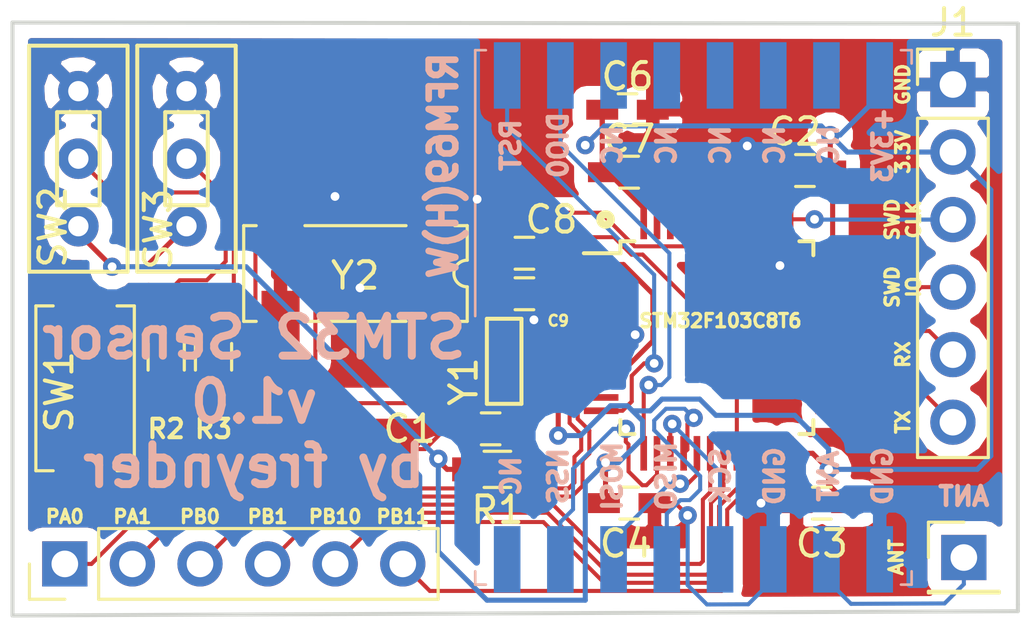
<source format=kicad_pcb>
(kicad_pcb (version 20171130) (host pcbnew 5.0.0-rc2-unknown-a288d61~65~ubuntu18.04.1)

  (general
    (thickness 1.6002)
    (drawings 39)
    (tracks 359)
    (zones 0)
    (modules 21)
    (nets 51)
  )

  (page A4)
  (layers
    (0 F.Cu signal)
    (31 B.Cu signal)
    (36 B.SilkS user)
    (37 F.SilkS user)
    (38 B.Mask user)
    (39 F.Mask user)
    (40 Dwgs.User user)
    (41 Cmts.User user)
    (44 Edge.Cuts user)
    (45 Margin user)
    (46 B.CrtYd user)
    (47 F.CrtYd user)
  )

  (setup
    (last_trace_width 0.1524)
    (trace_clearance 0.1524)
    (zone_clearance 0.508)
    (zone_45_only no)
    (trace_min 0.1524)
    (segment_width 0.2)
    (edge_width 0.15)
    (via_size 0.6858)
    (via_drill 0.3302)
    (via_min_size 0.508)
    (via_min_drill 0.254)
    (uvia_size 0.6858)
    (uvia_drill 0.3302)
    (uvias_allowed no)
    (uvia_min_size 0.2)
    (uvia_min_drill 0.1)
    (pcb_text_width 0.3)
    (pcb_text_size 1.5 1.5)
    (mod_edge_width 0.15)
    (mod_text_size 1 1)
    (mod_text_width 0.15)
    (pad_size 1.2 0.35)
    (pad_drill 0)
    (pad_to_mask_clearance 0.0508)
    (aux_axis_origin 0 0)
    (visible_elements FFFFFF7F)
    (pcbplotparams
      (layerselection 0x010fc_ffffffff)
      (usegerberextensions false)
      (usegerberattributes false)
      (usegerberadvancedattributes false)
      (creategerberjobfile false)
      (excludeedgelayer true)
      (linewidth 0.100000)
      (plotframeref false)
      (viasonmask false)
      (mode 1)
      (useauxorigin false)
      (hpglpennumber 1)
      (hpglpenspeed 20)
      (hpglpendiameter 15.000000)
      (psnegative false)
      (psa4output false)
      (plotreference true)
      (plotvalue true)
      (plotinvisibletext false)
      (padsonsilk false)
      (subtractmaskfromsilk false)
      (outputformat 1)
      (mirror false)
      (drillshape 1)
      (scaleselection 1)
      (outputdirectory ""))
  )

  (net 0 "")
  (net 1 "Net-(C1-Pad1)")
  (net 2 +3V3)
  (net 3 RTCOSC2)
  (net 4 BOOT0)
  (net 5 "Net-(R2-Pad1)")
  (net 6 "Net-(R3-Pad1)")
  (net 7 BOOT1)
  (net 8 OSC2)
  (net 9 "Net-(U1-Pad42)")
  (net 10 "Net-(U1-Pad43)")
  (net 11 OSC1)
  (net 12 "Net-(U1-Pad4)")
  (net 13 RTCOSC1)
  (net 14 "Net-(U1-Pad45)")
  (net 15 "Net-(U1-Pad46)")
  (net 16 "Net-(U1-Pad41)")
  (net 17 "Net-(U1-Pad40)")
  (net 18 "Net-(U1-Pad39)")
  (net 19 "Net-(U1-Pad38)")
  (net 20 "Net-(U1-Pad26)")
  (net 21 "Net-(U1-Pad27)")
  (net 22 "Net-(U1-Pad28)")
  (net 23 "Net-(U1-Pad29)")
  (net 24 "Net-(U1-Pad32)")
  (net 25 "Net-(U1-Pad33)")
  (net 26 SWDIO)
  (net 27 SWDCLK)
  (net 28 GND)
  (net 29 "Net-(J2-Pad1)")
  (net 30 RST)
  (net 31 DIO0)
  (net 32 NSS)
  (net 33 SCK)
  (net 34 MISO)
  (net 35 MOSI)
  (net 36 "Net-(U2-Pad3)")
  (net 37 "Net-(U2-Pad4)")
  (net 38 "Net-(U2-Pad5)")
  (net 39 "Net-(U2-Pad6)")
  (net 40 "Net-(U2-Pad7)")
  (net 41 "Net-(U2-Pad16)")
  (net 42 TX)
  (net 43 RX)
  (net 44 PB11)
  (net 45 PB10)
  (net 46 PB1)
  (net 47 PB0)
  (net 48 PA1)
  (net 49 PA0)
  (net 50 "Net-(U1-Pad25)")

  (net_class Default "This is the default net class."
    (clearance 0.1524)
    (trace_width 0.1524)
    (via_dia 0.6858)
    (via_drill 0.3302)
    (uvia_dia 0.6858)
    (uvia_drill 0.3302)
    (add_net BOOT0)
    (add_net BOOT1)
    (add_net DIO0)
    (add_net GND)
    (add_net MISO)
    (add_net MOSI)
    (add_net NSS)
    (add_net "Net-(C1-Pad1)")
    (add_net "Net-(J2-Pad1)")
    (add_net "Net-(R2-Pad1)")
    (add_net "Net-(R3-Pad1)")
    (add_net "Net-(U1-Pad25)")
    (add_net "Net-(U1-Pad26)")
    (add_net "Net-(U1-Pad27)")
    (add_net "Net-(U1-Pad28)")
    (add_net "Net-(U1-Pad29)")
    (add_net "Net-(U1-Pad32)")
    (add_net "Net-(U1-Pad33)")
    (add_net "Net-(U1-Pad38)")
    (add_net "Net-(U1-Pad39)")
    (add_net "Net-(U1-Pad4)")
    (add_net "Net-(U1-Pad40)")
    (add_net "Net-(U1-Pad41)")
    (add_net "Net-(U1-Pad42)")
    (add_net "Net-(U1-Pad43)")
    (add_net "Net-(U1-Pad45)")
    (add_net "Net-(U1-Pad46)")
    (add_net "Net-(U2-Pad16)")
    (add_net "Net-(U2-Pad3)")
    (add_net "Net-(U2-Pad4)")
    (add_net "Net-(U2-Pad5)")
    (add_net "Net-(U2-Pad6)")
    (add_net "Net-(U2-Pad7)")
    (add_net OSC1)
    (add_net OSC2)
    (add_net PA0)
    (add_net PA1)
    (add_net PB0)
    (add_net PB1)
    (add_net PB10)
    (add_net PB11)
    (add_net RST)
    (add_net RTCOSC1)
    (add_net RTCOSC2)
    (add_net RX)
    (add_net SCK)
    (add_net SWDCLK)
    (add_net SWDIO)
    (add_net TX)
  )

  (net_class +3v ""
    (clearance 0.1905)
    (trace_width 0.1905)
    (via_dia 0.6858)
    (via_drill 0.3302)
    (uvia_dia 0.6858)
    (uvia_drill 0.3302)
    (add_net +3V3)
  )

  (module RF_Modules:HOPERF-RFM69HW (layer B.Cu) (tedit 5B0C7CAB) (tstamp 5B28AE1A)
    (at 132.588 89.789 270)
    (descr "Radio, RF, Module, http://www.hoperf.com/upload/rf/RFM69HW-V1.3.pdf")
    (tags "Radio RF Module")
    (path /5B0C68D0)
    (attr smd)
    (fp_text reference U2 (at -7.8 9 270) (layer B.SilkS) hide
      (effects (font (size 1 1) (thickness 0.15)) (justify mirror))
    )
    (fp_text value RFM69HW (at 0 -2.5 270) (layer B.Fab)
      (effects (font (size 1 1) (thickness 0.15)) (justify mirror))
    )
    (fp_line (start -9.85 -8) (end -9.85 8) (layer B.Fab) (width 0.1))
    (fp_line (start 9.85 -8) (end -9.85 -8) (layer B.Fab) (width 0.1))
    (fp_line (start 9.85 8) (end 9.85 -8) (layer B.Fab) (width 0.1))
    (fp_line (start -9.85 8) (end 9.85 8) (layer B.Fab) (width 0.1))
    (fp_line (start -10.05 8.2) (end -10.05 7.8) (layer B.SilkS) (width 0.1))
    (fp_line (start 10.05 8.2) (end 10.05 7.8) (layer B.SilkS) (width 0.1))
    (fp_line (start 9.55 8.2) (end 10.05 8.2) (layer B.SilkS) (width 0.1))
    (fp_line (start 10.05 -7.8) (end 10.05 -8.2) (layer B.SilkS) (width 0.1))
    (fp_line (start 9.55 -8.2) (end 10.05 -8.2) (layer B.SilkS) (width 0.1))
    (fp_line (start -10.05 -7.8) (end -10.05 -8.2) (layer B.SilkS) (width 0.1))
    (fp_line (start -10.05 -8.2) (end -9.55 -8.2) (layer B.SilkS) (width 0.1))
    (fp_text user %R (at 0 0 270) (layer B.Fab)
      (effects (font (size 1 1) (thickness 0.15)) (justify mirror))
    )
    (fp_line (start -10.05 8.2) (end -0.05 8.2) (layer B.SilkS) (width 0.1))
    (fp_circle (center -7 7) (end -7.5 7) (layer B.Fab) (width 0.1))
    (fp_line (start -10.6 -8.25) (end -10.6 8.25) (layer B.CrtYd) (width 0.05))
    (fp_line (start 10.6 -8.25) (end -10.6 -8.25) (layer B.CrtYd) (width 0.05))
    (fp_line (start 10.6 8.25) (end 10.6 -8.25) (layer B.CrtYd) (width 0.05))
    (fp_line (start -10.6 8.25) (end 10.6 8.25) (layer B.CrtYd) (width 0.05))
    (pad 1 smd rect (at -9.1 7 270) (size 2.5 1) (layers B.Cu B.Paste B.Mask)
      (net 30 RST))
    (pad 2 smd rect (at -9.1 5 270) (size 2.5 1) (layers B.Cu B.Paste B.Mask)
      (net 31 DIO0))
    (pad 3 smd rect (at -9.1 3 270) (size 2.5 1) (layers B.Cu B.Paste B.Mask)
      (net 36 "Net-(U2-Pad3)"))
    (pad 4 smd rect (at -9.1 1 270) (size 2.5 1) (layers B.Cu B.Paste B.Mask)
      (net 37 "Net-(U2-Pad4)"))
    (pad 5 smd rect (at -9.1 -1 270) (size 2.5 1) (layers B.Cu B.Paste B.Mask)
      (net 38 "Net-(U2-Pad5)"))
    (pad 6 smd rect (at -9.1 -3 270) (size 2.5 1) (layers B.Cu B.Paste B.Mask)
      (net 39 "Net-(U2-Pad6)"))
    (pad 7 smd rect (at -9.1 -5 270) (size 2.5 1) (layers B.Cu B.Paste B.Mask)
      (net 40 "Net-(U2-Pad7)"))
    (pad 8 smd rect (at -9.1 -7 270) (size 2.5 1) (layers B.Cu B.Paste B.Mask)
      (net 2 +3V3))
    (pad 9 smd rect (at 9.1 -7 270) (size 2.5 1) (layers B.Cu B.Paste B.Mask)
      (net 28 GND))
    (pad 10 smd rect (at 9.1 -5 270) (size 2.5 1) (layers B.Cu B.Paste B.Mask)
      (net 29 "Net-(J2-Pad1)"))
    (pad 11 smd rect (at 9.1 -3 270) (size 2.5 1) (layers B.Cu B.Paste B.Mask)
      (net 28 GND))
    (pad 12 smd rect (at 9.1 -1 270) (size 2.5 1) (layers B.Cu B.Paste B.Mask)
      (net 33 SCK))
    (pad 13 smd rect (at 9.1 1 270) (size 2.5 1) (layers B.Cu B.Paste B.Mask)
      (net 34 MISO))
    (pad 14 smd rect (at 9.1 3 270) (size 2.5 1) (layers B.Cu B.Paste B.Mask)
      (net 35 MOSI))
    (pad 15 smd rect (at 9.1 5 270) (size 2.5 1) (layers B.Cu B.Paste B.Mask)
      (net 32 NSS))
    (pad 16 smd rect (at 9.1 7 270) (size 2.5 1) (layers B.Cu B.Paste B.Mask)
      (net 41 "Net-(U2-Pad16)"))
    (model ${KISYS3DMOD}/RF_Modules.3dshapes/HOPERF-RFM69HW.wrl
      (at (xyz 0 0 0))
      (scale (xyz 1 1 1))
      (rotate (xyz 0 0 0))
    )
  )

  (module Housings_QFP:LQFP-48_7x7mm_Pitch0.5mm (layer F.Cu) (tedit 5B0C7A26) (tstamp 5B28B1CC)
    (at 133.47 90.55)
    (descr "48 LEAD LQFP 7x7mm (see MICREL LQFP7x7-48LD-PL-1.pdf)")
    (tags "QFP 0.5")
    (path /5B006BB7)
    (attr smd)
    (fp_text reference U1 (at 0 -6) (layer F.SilkS) hide
      (effects (font (size 1 1) (thickness 0.15)))
    )
    (fp_text value STM32F103C8Tx (at 0 6) (layer F.Fab)
      (effects (font (size 1 1) (thickness 0.15)))
    )
    (fp_line (start -3.625 -3.175) (end -5 -3.175) (layer F.SilkS) (width 0.15))
    (fp_line (start 3.625 -3.625) (end 3.1 -3.625) (layer F.SilkS) (width 0.15))
    (fp_line (start 3.625 3.625) (end 3.1 3.625) (layer F.SilkS) (width 0.15))
    (fp_line (start -3.625 3.625) (end -3.1 3.625) (layer F.SilkS) (width 0.15))
    (fp_line (start -3.625 -3.625) (end -3.1 -3.625) (layer F.SilkS) (width 0.15))
    (fp_line (start -3.625 3.625) (end -3.625 3.1) (layer F.SilkS) (width 0.15))
    (fp_line (start 3.625 3.625) (end 3.625 3.1) (layer F.SilkS) (width 0.15))
    (fp_line (start 3.625 -3.625) (end 3.625 -3.1) (layer F.SilkS) (width 0.15))
    (fp_line (start -3.625 -3.625) (end -3.625 -3.175) (layer F.SilkS) (width 0.15))
    (fp_line (start -5.25 5.25) (end 5.25 5.25) (layer F.CrtYd) (width 0.05))
    (fp_line (start -5.25 -5.25) (end 5.25 -5.25) (layer F.CrtYd) (width 0.05))
    (fp_line (start 5.25 -5.25) (end 5.25 5.25) (layer F.CrtYd) (width 0.05))
    (fp_line (start -5.25 -5.25) (end -5.25 5.25) (layer F.CrtYd) (width 0.05))
    (fp_line (start -3.5 -2.5) (end -2.5 -3.5) (layer F.Fab) (width 0.15))
    (fp_line (start -3.5 3.5) (end -3.5 -2.5) (layer F.Fab) (width 0.15))
    (fp_line (start 3.5 3.5) (end -3.5 3.5) (layer F.Fab) (width 0.15))
    (fp_line (start 3.5 -3.5) (end 3.5 3.5) (layer F.Fab) (width 0.15))
    (fp_line (start -2.5 -3.5) (end 3.5 -3.5) (layer F.Fab) (width 0.15))
    (fp_text user %R (at 0 0) (layer F.Fab)
      (effects (font (size 1 1) (thickness 0.15)))
    )
    (pad 48 smd rect (at -2.75 -4.35 90) (size 1.3 0.25) (layers F.Cu F.Paste F.Mask)
      (net 2 +3V3))
    (pad 47 smd rect (at -2.25 -4.35 90) (size 1.3 0.25) (layers F.Cu F.Paste F.Mask)
      (net 28 GND))
    (pad 46 smd rect (at -1.75 -4.35 90) (size 1.3 0.25) (layers F.Cu F.Paste F.Mask)
      (net 15 "Net-(U1-Pad46)"))
    (pad 45 smd rect (at -1.25 -4.35 90) (size 1.3 0.25) (layers F.Cu F.Paste F.Mask)
      (net 14 "Net-(U1-Pad45)"))
    (pad 44 smd rect (at -0.75 -4.35 90) (size 1.3 0.25) (layers F.Cu F.Paste F.Mask)
      (net 4 BOOT0))
    (pad 43 smd rect (at -0.25 -4.35 90) (size 1.3 0.25) (layers F.Cu F.Paste F.Mask)
      (net 10 "Net-(U1-Pad43)"))
    (pad 42 smd rect (at 0.25 -4.35 90) (size 1.3 0.25) (layers F.Cu F.Paste F.Mask)
      (net 9 "Net-(U1-Pad42)"))
    (pad 41 smd rect (at 0.75 -4.35 90) (size 1.3 0.25) (layers F.Cu F.Paste F.Mask)
      (net 16 "Net-(U1-Pad41)"))
    (pad 40 smd rect (at 1.25 -4.35 90) (size 1.3 0.25) (layers F.Cu F.Paste F.Mask)
      (net 17 "Net-(U1-Pad40)"))
    (pad 39 smd rect (at 1.75 -4.35 90) (size 1.3 0.25) (layers F.Cu F.Paste F.Mask)
      (net 18 "Net-(U1-Pad39)"))
    (pad 38 smd rect (at 2.25 -4.35 90) (size 1.3 0.25) (layers F.Cu F.Paste F.Mask)
      (net 19 "Net-(U1-Pad38)"))
    (pad 37 smd rect (at 2.75 -4.35 90) (size 1.3 0.25) (layers F.Cu F.Paste F.Mask)
      (net 27 SWDCLK))
    (pad 36 smd rect (at 4.35 -2.75) (size 1.3 0.25) (layers F.Cu F.Paste F.Mask)
      (net 2 +3V3))
    (pad 35 smd rect (at 4.35 -2.25) (size 1.3 0.25) (layers F.Cu F.Paste F.Mask)
      (net 28 GND))
    (pad 34 smd rect (at 4.35 -1.75) (size 1.3 0.25) (layers F.Cu F.Paste F.Mask)
      (net 26 SWDIO))
    (pad 33 smd rect (at 4.35 -1.25) (size 1.3 0.25) (layers F.Cu F.Paste F.Mask)
      (net 25 "Net-(U1-Pad33)"))
    (pad 32 smd rect (at 4.35 -0.75) (size 1.3 0.25) (layers F.Cu F.Paste F.Mask)
      (net 24 "Net-(U1-Pad32)"))
    (pad 31 smd rect (at 4.35 -0.25) (size 1.3 0.25) (layers F.Cu F.Paste F.Mask)
      (net 43 RX))
    (pad 30 smd rect (at 4.35 0.25) (size 1.3 0.25) (layers F.Cu F.Paste F.Mask)
      (net 42 TX))
    (pad 29 smd rect (at 4.35 0.75) (size 1.3 0.25) (layers F.Cu F.Paste F.Mask)
      (net 23 "Net-(U1-Pad29)"))
    (pad 28 smd rect (at 4.35 1.25) (size 1.3 0.25) (layers F.Cu F.Paste F.Mask)
      (net 22 "Net-(U1-Pad28)"))
    (pad 27 smd rect (at 4.35 1.75) (size 1.3 0.25) (layers F.Cu F.Paste F.Mask)
      (net 21 "Net-(U1-Pad27)"))
    (pad 26 smd rect (at 4.35 2.25) (size 1.3 0.25) (layers F.Cu F.Paste F.Mask)
      (net 20 "Net-(U1-Pad26)"))
    (pad 25 smd rect (at 4.35 2.75) (size 1.3 0.25) (layers F.Cu F.Paste F.Mask)
      (net 50 "Net-(U1-Pad25)"))
    (pad 24 smd rect (at 2.75 4.35 90) (size 1.3 0.25) (layers F.Cu F.Paste F.Mask)
      (net 2 +3V3))
    (pad 23 smd rect (at 2.25 4.35 90) (size 1.3 0.25) (layers F.Cu F.Paste F.Mask)
      (net 28 GND))
    (pad 22 smd rect (at 1.75 4.35 90) (size 1.3 0.25) (layers F.Cu F.Paste F.Mask)
      (net 44 PB11))
    (pad 21 smd rect (at 1.25 4.35 90) (size 1.3 0.25) (layers F.Cu F.Paste F.Mask)
      (net 45 PB10))
    (pad 20 smd rect (at 0.75 4.35 90) (size 1.3 0.25) (layers F.Cu F.Paste F.Mask)
      (net 7 BOOT1))
    (pad 19 smd rect (at 0.25 4.35 90) (size 1.3 0.25) (layers F.Cu F.Paste F.Mask)
      (net 46 PB1))
    (pad 18 smd rect (at -0.25 4.35 90) (size 1.3 0.25) (layers F.Cu F.Paste F.Mask)
      (net 47 PB0))
    (pad 17 smd rect (at -0.75 4.35 90) (size 1.3 0.25) (layers F.Cu F.Paste F.Mask)
      (net 35 MOSI))
    (pad 16 smd rect (at -1.25 4.35 90) (size 1.3 0.25) (layers F.Cu F.Paste F.Mask)
      (net 34 MISO))
    (pad 15 smd rect (at -1.75 4.35 90) (size 1.3 0.25) (layers F.Cu F.Paste F.Mask)
      (net 33 SCK))
    (pad 14 smd rect (at -2.25 4.35 90) (size 1.3 0.25) (layers F.Cu F.Paste F.Mask)
      (net 32 NSS))
    (pad 13 smd rect (at -2.75 4.35 90) (size 1.3 0.25) (layers F.Cu F.Paste F.Mask)
      (net 31 DIO0))
    (pad 12 smd rect (at -4.35 2.75) (size 1.3 0.25) (layers F.Cu F.Paste F.Mask)
      (net 30 RST))
    (pad 11 smd rect (at -4.35 2.25) (size 1.3 0.25) (layers F.Cu F.Paste F.Mask)
      (net 48 PA1))
    (pad 10 smd rect (at -4.35 1.75) (size 1.3 0.25) (layers F.Cu F.Paste F.Mask)
      (net 49 PA0))
    (pad 9 smd rect (at -4.35 1.25) (size 1.3 0.25) (layers F.Cu F.Paste F.Mask)
      (net 2 +3V3))
    (pad 8 smd rect (at -4.35 0.75) (size 1.3 0.25) (layers F.Cu F.Paste F.Mask)
      (net 28 GND))
    (pad 7 smd rect (at -4.35 0.25) (size 1.3 0.25) (layers F.Cu F.Paste F.Mask)
      (net 1 "Net-(C1-Pad1)"))
    (pad 6 smd rect (at -4.35 -0.25) (size 1.3 0.25) (layers F.Cu F.Paste F.Mask)
      (net 8 OSC2))
    (pad 5 smd rect (at -4.35 -0.75) (size 1.3 0.25) (layers F.Cu F.Paste F.Mask)
      (net 11 OSC1))
    (pad 4 smd rect (at -4.35 -1.25) (size 1.3 0.25) (layers F.Cu F.Paste F.Mask)
      (net 12 "Net-(U1-Pad4)"))
    (pad 3 smd rect (at -4.35 -1.75) (size 1.3 0.25) (layers F.Cu F.Paste F.Mask)
      (net 3 RTCOSC2))
    (pad 2 smd rect (at -4.35 -2.25) (size 1.3 0.25) (layers F.Cu F.Paste F.Mask)
      (net 13 RTCOSC1))
    (pad 1 smd rect (at -4.35 -2.75) (size 1.3 0.25) (layers F.Cu F.Paste F.Mask)
      (net 2 +3V3))
    (model ${KISYS3DMOD}/Housings_QFP.3dshapes/LQFP-48_7x7mm_Pitch0.5mm.wrl
      (at (xyz 0 0 0))
      (scale (xyz 1 1 1))
      (rotate (xyz 0 0 0))
    )
  )

  (module Resistors_SMD:R_0603_HandSoldering (layer F.Cu) (tedit 58E0A804) (tstamp 5B166AE7)
    (at 125.222 95.504)
    (descr "Resistor SMD 0603, hand soldering")
    (tags "resistor 0603")
    (path /5B00A8CC)
    (attr smd)
    (fp_text reference R1 (at 0 1.524) (layer F.SilkS)
      (effects (font (size 1 1) (thickness 0.15)))
    )
    (fp_text value 10K (at 0 1.55) (layer F.Fab)
      (effects (font (size 1 1) (thickness 0.15)))
    )
    (fp_line (start 1.95 0.7) (end -1.96 0.7) (layer F.CrtYd) (width 0.05))
    (fp_line (start 1.95 0.7) (end 1.95 -0.7) (layer F.CrtYd) (width 0.05))
    (fp_line (start -1.96 -0.7) (end -1.96 0.7) (layer F.CrtYd) (width 0.05))
    (fp_line (start -1.96 -0.7) (end 1.95 -0.7) (layer F.CrtYd) (width 0.05))
    (fp_line (start -0.5 -0.68) (end 0.5 -0.68) (layer F.SilkS) (width 0.12))
    (fp_line (start 0.5 0.68) (end -0.5 0.68) (layer F.SilkS) (width 0.12))
    (fp_line (start -0.8 -0.4) (end 0.8 -0.4) (layer F.Fab) (width 0.1))
    (fp_line (start 0.8 -0.4) (end 0.8 0.4) (layer F.Fab) (width 0.1))
    (fp_line (start 0.8 0.4) (end -0.8 0.4) (layer F.Fab) (width 0.1))
    (fp_line (start -0.8 0.4) (end -0.8 -0.4) (layer F.Fab) (width 0.1))
    (fp_text user %R (at 0 0) (layer F.Fab)
      (effects (font (size 0.4 0.4) (thickness 0.075)))
    )
    (pad 2 smd rect (at 1.1 0) (size 1.2 0.9) (layers F.Cu F.Paste F.Mask)
      (net 1 "Net-(C1-Pad1)"))
    (pad 1 smd rect (at -1.1 0) (size 1.2 0.9) (layers F.Cu F.Paste F.Mask)
      (net 2 +3V3))
    (model ${KISYS3DMOD}/Resistors_SMD.3dshapes/R_0603.wrl
      (at (xyz 0 0 0))
      (scale (xyz 1 1 1))
      (rotate (xyz 0 0 0))
    )
  )

  (module Pin_Headers:Pin_Header_Straight_1x01_Pitch2.54mm (layer F.Cu) (tedit 5B0C797B) (tstamp 5B2805ED)
    (at 142.75 98.82)
    (descr "Through hole straight pin header, 1x01, 2.54mm pitch, single row")
    (tags "Through hole pin header THT 1x01 2.54mm single row")
    (path /5B0EE7FF)
    (fp_text reference J2 (at 0 -2.33) (layer F.SilkS) hide
      (effects (font (size 1 1) (thickness 0.15)))
    )
    (fp_text value Antenna (at 0 2.33) (layer F.Fab)
      (effects (font (size 1 1) (thickness 0.15)))
    )
    (fp_text user %R (at 0 0 90) (layer F.Fab)
      (effects (font (size 1 1) (thickness 0.15)))
    )
    (fp_line (start 1.8 -1.8) (end -1.8 -1.8) (layer F.CrtYd) (width 0.05))
    (fp_line (start 1.8 1.8) (end 1.8 -1.8) (layer F.CrtYd) (width 0.05))
    (fp_line (start -1.8 1.8) (end 1.8 1.8) (layer F.CrtYd) (width 0.05))
    (fp_line (start -1.8 -1.8) (end -1.8 1.8) (layer F.CrtYd) (width 0.05))
    (fp_line (start -1.33 -1.33) (end 0 -1.33) (layer F.SilkS) (width 0.12))
    (fp_line (start -1.33 0) (end -1.33 -1.33) (layer F.SilkS) (width 0.12))
    (fp_line (start -1.33 1.27) (end 1.33 1.27) (layer F.SilkS) (width 0.12))
    (fp_line (start 1.33 1.27) (end 1.33 1.33) (layer F.SilkS) (width 0.12))
    (fp_line (start -1.33 1.27) (end -1.33 1.33) (layer F.SilkS) (width 0.12))
    (fp_line (start -1.33 1.33) (end 1.33 1.33) (layer F.SilkS) (width 0.12))
    (fp_line (start -1.27 -0.635) (end -0.635 -1.27) (layer F.Fab) (width 0.1))
    (fp_line (start -1.27 1.27) (end -1.27 -0.635) (layer F.Fab) (width 0.1))
    (fp_line (start 1.27 1.27) (end -1.27 1.27) (layer F.Fab) (width 0.1))
    (fp_line (start 1.27 -1.27) (end 1.27 1.27) (layer F.Fab) (width 0.1))
    (fp_line (start -0.635 -1.27) (end 1.27 -1.27) (layer F.Fab) (width 0.1))
    (pad 1 thru_hole rect (at 0 0) (size 1.7 1.7) (drill 1) (layers *.Cu *.Mask)
      (net 29 "Net-(J2-Pad1)"))
    (model ${KISYS3DMOD}/Pin_Headers.3dshapes/Pin_Header_Straight_1x01_Pitch2.54mm.wrl
      (at (xyz 0 0 0))
      (scale (xyz 1 1 1))
      (rotate (xyz 0 0 0))
    )
  )

  (module Capacitors_SMD:C_0603_HandSoldering (layer F.Cu) (tedit 58AA848B) (tstamp 5B166A21)
    (at 124.968 93.98 180)
    (descr "Capacitor SMD 0603, hand soldering")
    (tags "capacitor 0603")
    (path /5B00ABE9)
    (attr smd)
    (fp_text reference C1 (at 3.048 0 180) (layer F.SilkS)
      (effects (font (size 1 1) (thickness 0.15)))
    )
    (fp_text value 1uF (at 0 1.5 180) (layer F.Fab)
      (effects (font (size 1 1) (thickness 0.15)))
    )
    (fp_line (start 1.8 0.65) (end -1.8 0.65) (layer F.CrtYd) (width 0.05))
    (fp_line (start 1.8 0.65) (end 1.8 -0.65) (layer F.CrtYd) (width 0.05))
    (fp_line (start -1.8 -0.65) (end -1.8 0.65) (layer F.CrtYd) (width 0.05))
    (fp_line (start -1.8 -0.65) (end 1.8 -0.65) (layer F.CrtYd) (width 0.05))
    (fp_line (start 0.35 0.6) (end -0.35 0.6) (layer F.SilkS) (width 0.12))
    (fp_line (start -0.35 -0.6) (end 0.35 -0.6) (layer F.SilkS) (width 0.12))
    (fp_line (start -0.8 -0.4) (end 0.8 -0.4) (layer F.Fab) (width 0.1))
    (fp_line (start 0.8 -0.4) (end 0.8 0.4) (layer F.Fab) (width 0.1))
    (fp_line (start 0.8 0.4) (end -0.8 0.4) (layer F.Fab) (width 0.1))
    (fp_line (start -0.8 0.4) (end -0.8 -0.4) (layer F.Fab) (width 0.1))
    (fp_text user %R (at 0 -1.25 180) (layer F.Fab)
      (effects (font (size 1 1) (thickness 0.15)))
    )
    (pad 2 smd rect (at 0.95 0 180) (size 1.2 0.75) (layers F.Cu F.Paste F.Mask)
      (net 28 GND))
    (pad 1 smd rect (at -0.95 0 180) (size 1.2 0.75) (layers F.Cu F.Paste F.Mask)
      (net 1 "Net-(C1-Pad1)"))
    (model Capacitors_SMD.3dshapes/C_0603.wrl
      (at (xyz 0 0 0))
      (scale (xyz 1 1 1))
      (rotate (xyz 0 0 0))
    )
  )

  (module Capacitors_SMD:C_0603_HandSoldering (layer F.Cu) (tedit 58AA848B) (tstamp 5B1672A5)
    (at 136.779 84.2645 180)
    (descr "Capacitor SMD 0603, hand soldering")
    (tags "capacitor 0603")
    (path /5B008160)
    (attr smd)
    (fp_text reference C2 (at 0.381 1.4605 180) (layer F.SilkS)
      (effects (font (size 1 1) (thickness 0.15)))
    )
    (fp_text value 0.1uF (at 0 1.5 180) (layer F.Fab)
      (effects (font (size 1 1) (thickness 0.15)))
    )
    (fp_line (start 1.8 0.65) (end -1.8 0.65) (layer F.CrtYd) (width 0.05))
    (fp_line (start 1.8 0.65) (end 1.8 -0.65) (layer F.CrtYd) (width 0.05))
    (fp_line (start -1.8 -0.65) (end -1.8 0.65) (layer F.CrtYd) (width 0.05))
    (fp_line (start -1.8 -0.65) (end 1.8 -0.65) (layer F.CrtYd) (width 0.05))
    (fp_line (start 0.35 0.6) (end -0.35 0.6) (layer F.SilkS) (width 0.12))
    (fp_line (start -0.35 -0.6) (end 0.35 -0.6) (layer F.SilkS) (width 0.12))
    (fp_line (start -0.8 -0.4) (end 0.8 -0.4) (layer F.Fab) (width 0.1))
    (fp_line (start 0.8 -0.4) (end 0.8 0.4) (layer F.Fab) (width 0.1))
    (fp_line (start 0.8 0.4) (end -0.8 0.4) (layer F.Fab) (width 0.1))
    (fp_line (start -0.8 0.4) (end -0.8 -0.4) (layer F.Fab) (width 0.1))
    (fp_text user %R (at 0 -1.25 180) (layer F.Fab)
      (effects (font (size 1 1) (thickness 0.15)))
    )
    (pad 2 smd rect (at 0.95 0 180) (size 1.2 0.75) (layers F.Cu F.Paste F.Mask)
      (net 28 GND))
    (pad 1 smd rect (at -0.95 0 180) (size 1.2 0.75) (layers F.Cu F.Paste F.Mask)
      (net 2 +3V3))
    (model Capacitors_SMD.3dshapes/C_0603.wrl
      (at (xyz 0 0 0))
      (scale (xyz 1 1 1))
      (rotate (xyz 0 0 0))
    )
  )

  (module Capacitors_SMD:C_0603_HandSoldering (layer F.Cu) (tedit 58AA848B) (tstamp 5B166A43)
    (at 137.414 96.774 180)
    (descr "Capacitor SMD 0603, hand soldering")
    (tags "capacitor 0603")
    (path /5B008DF5)
    (attr smd)
    (fp_text reference C3 (at 0 -1.524 180) (layer F.SilkS)
      (effects (font (size 1 1) (thickness 0.15)))
    )
    (fp_text value 0.1uF (at 0 1.5 180) (layer F.Fab)
      (effects (font (size 1 1) (thickness 0.15)))
    )
    (fp_text user %R (at 0 -1.25 180) (layer F.Fab)
      (effects (font (size 1 1) (thickness 0.15)))
    )
    (fp_line (start -0.8 0.4) (end -0.8 -0.4) (layer F.Fab) (width 0.1))
    (fp_line (start 0.8 0.4) (end -0.8 0.4) (layer F.Fab) (width 0.1))
    (fp_line (start 0.8 -0.4) (end 0.8 0.4) (layer F.Fab) (width 0.1))
    (fp_line (start -0.8 -0.4) (end 0.8 -0.4) (layer F.Fab) (width 0.1))
    (fp_line (start -0.35 -0.6) (end 0.35 -0.6) (layer F.SilkS) (width 0.12))
    (fp_line (start 0.35 0.6) (end -0.35 0.6) (layer F.SilkS) (width 0.12))
    (fp_line (start -1.8 -0.65) (end 1.8 -0.65) (layer F.CrtYd) (width 0.05))
    (fp_line (start -1.8 -0.65) (end -1.8 0.65) (layer F.CrtYd) (width 0.05))
    (fp_line (start 1.8 0.65) (end 1.8 -0.65) (layer F.CrtYd) (width 0.05))
    (fp_line (start 1.8 0.65) (end -1.8 0.65) (layer F.CrtYd) (width 0.05))
    (pad 1 smd rect (at -0.95 0 180) (size 1.2 0.75) (layers F.Cu F.Paste F.Mask)
      (net 2 +3V3))
    (pad 2 smd rect (at 0.95 0 180) (size 1.2 0.75) (layers F.Cu F.Paste F.Mask)
      (net 28 GND))
    (model Capacitors_SMD.3dshapes/C_0603.wrl
      (at (xyz 0 0 0))
      (scale (xyz 1 1 1))
      (rotate (xyz 0 0 0))
    )
  )

  (module Capacitors_SMD:C_0603_HandSoldering (layer F.Cu) (tedit 58AA848B) (tstamp 5B166A54)
    (at 130.175 96.774)
    (descr "Capacitor SMD 0603, hand soldering")
    (tags "capacitor 0603")
    (path /5B009185)
    (attr smd)
    (fp_text reference C4 (at -0.127 1.524) (layer F.SilkS)
      (effects (font (size 1 1) (thickness 0.15)))
    )
    (fp_text value 0.1uF (at 0 1.5) (layer F.Fab)
      (effects (font (size 1 1) (thickness 0.15)))
    )
    (fp_line (start 1.8 0.65) (end -1.8 0.65) (layer F.CrtYd) (width 0.05))
    (fp_line (start 1.8 0.65) (end 1.8 -0.65) (layer F.CrtYd) (width 0.05))
    (fp_line (start -1.8 -0.65) (end -1.8 0.65) (layer F.CrtYd) (width 0.05))
    (fp_line (start -1.8 -0.65) (end 1.8 -0.65) (layer F.CrtYd) (width 0.05))
    (fp_line (start 0.35 0.6) (end -0.35 0.6) (layer F.SilkS) (width 0.12))
    (fp_line (start -0.35 -0.6) (end 0.35 -0.6) (layer F.SilkS) (width 0.12))
    (fp_line (start -0.8 -0.4) (end 0.8 -0.4) (layer F.Fab) (width 0.1))
    (fp_line (start 0.8 -0.4) (end 0.8 0.4) (layer F.Fab) (width 0.1))
    (fp_line (start 0.8 0.4) (end -0.8 0.4) (layer F.Fab) (width 0.1))
    (fp_line (start -0.8 0.4) (end -0.8 -0.4) (layer F.Fab) (width 0.1))
    (fp_text user %R (at 0 -1.25) (layer F.Fab)
      (effects (font (size 1 1) (thickness 0.15)))
    )
    (pad 2 smd rect (at 0.95 0) (size 1.2 0.75) (layers F.Cu F.Paste F.Mask)
      (net 28 GND))
    (pad 1 smd rect (at -0.95 0) (size 1.2 0.75) (layers F.Cu F.Paste F.Mask)
      (net 2 +3V3))
    (model Capacitors_SMD.3dshapes/C_0603.wrl
      (at (xyz 0 0 0))
      (scale (xyz 1 1 1))
      (rotate (xyz 0 0 0))
    )
  )

  (module Capacitors_SMD:C_0603_HandSoldering (layer F.Cu) (tedit 58AA848B) (tstamp 5B166A76)
    (at 130.1115 81.9785)
    (descr "Capacitor SMD 0603, hand soldering")
    (tags "capacitor 0603")
    (path /5B006FCB)
    (attr smd)
    (fp_text reference C6 (at 0 -1.25) (layer F.SilkS)
      (effects (font (size 1 1) (thickness 0.15)))
    )
    (fp_text value 0.1uF (at 0 1.5) (layer F.Fab)
      (effects (font (size 1 1) (thickness 0.15)))
    )
    (fp_line (start 1.8 0.65) (end -1.8 0.65) (layer F.CrtYd) (width 0.05))
    (fp_line (start 1.8 0.65) (end 1.8 -0.65) (layer F.CrtYd) (width 0.05))
    (fp_line (start -1.8 -0.65) (end -1.8 0.65) (layer F.CrtYd) (width 0.05))
    (fp_line (start -1.8 -0.65) (end 1.8 -0.65) (layer F.CrtYd) (width 0.05))
    (fp_line (start 0.35 0.6) (end -0.35 0.6) (layer F.SilkS) (width 0.12))
    (fp_line (start -0.35 -0.6) (end 0.35 -0.6) (layer F.SilkS) (width 0.12))
    (fp_line (start -0.8 -0.4) (end 0.8 -0.4) (layer F.Fab) (width 0.1))
    (fp_line (start 0.8 -0.4) (end 0.8 0.4) (layer F.Fab) (width 0.1))
    (fp_line (start 0.8 0.4) (end -0.8 0.4) (layer F.Fab) (width 0.1))
    (fp_line (start -0.8 0.4) (end -0.8 -0.4) (layer F.Fab) (width 0.1))
    (fp_text user %R (at 0 -1.25) (layer F.Fab)
      (effects (font (size 1 1) (thickness 0.15)))
    )
    (pad 2 smd rect (at 0.95 0) (size 1.2 0.75) (layers F.Cu F.Paste F.Mask)
      (net 28 GND))
    (pad 1 smd rect (at -0.95 0) (size 1.2 0.75) (layers F.Cu F.Paste F.Mask)
      (net 2 +3V3))
    (model Capacitors_SMD.3dshapes/C_0603.wrl
      (at (xyz 0 0 0))
      (scale (xyz 1 1 1))
      (rotate (xyz 0 0 0))
    )
  )

  (module Capacitors_SMD:C_0603_HandSoldering (layer F.Cu) (tedit 58AA848B) (tstamp 5B166A87)
    (at 130.175 84.328)
    (descr "Capacitor SMD 0603, hand soldering")
    (tags "capacitor 0603")
    (path /5B007164)
    (attr smd)
    (fp_text reference C7 (at 0 -1.25) (layer F.SilkS)
      (effects (font (size 1 1) (thickness 0.15)))
    )
    (fp_text value 10uF (at 0 1.5) (layer F.Fab)
      (effects (font (size 1 1) (thickness 0.15)))
    )
    (fp_text user %R (at 0 -1.25) (layer F.Fab)
      (effects (font (size 1 1) (thickness 0.15)))
    )
    (fp_line (start -0.8 0.4) (end -0.8 -0.4) (layer F.Fab) (width 0.1))
    (fp_line (start 0.8 0.4) (end -0.8 0.4) (layer F.Fab) (width 0.1))
    (fp_line (start 0.8 -0.4) (end 0.8 0.4) (layer F.Fab) (width 0.1))
    (fp_line (start -0.8 -0.4) (end 0.8 -0.4) (layer F.Fab) (width 0.1))
    (fp_line (start -0.35 -0.6) (end 0.35 -0.6) (layer F.SilkS) (width 0.12))
    (fp_line (start 0.35 0.6) (end -0.35 0.6) (layer F.SilkS) (width 0.12))
    (fp_line (start -1.8 -0.65) (end 1.8 -0.65) (layer F.CrtYd) (width 0.05))
    (fp_line (start -1.8 -0.65) (end -1.8 0.65) (layer F.CrtYd) (width 0.05))
    (fp_line (start 1.8 0.65) (end 1.8 -0.65) (layer F.CrtYd) (width 0.05))
    (fp_line (start 1.8 0.65) (end -1.8 0.65) (layer F.CrtYd) (width 0.05))
    (pad 1 smd rect (at -0.95 0) (size 1.2 0.75) (layers F.Cu F.Paste F.Mask)
      (net 2 +3V3))
    (pad 2 smd rect (at 0.95 0) (size 1.2 0.75) (layers F.Cu F.Paste F.Mask)
      (net 28 GND))
    (model Capacitors_SMD.3dshapes/C_0603.wrl
      (at (xyz 0 0 0))
      (scale (xyz 1 1 1))
      (rotate (xyz 0 0 0))
    )
  )

  (module Capacitors_SMD:C_0603_HandSoldering (layer F.Cu) (tedit 58AA848B) (tstamp 5B166A98)
    (at 126.238 87.376)
    (descr "Capacitor SMD 0603, hand soldering")
    (tags "capacitor 0603")
    (path /5B0304B9)
    (attr smd)
    (fp_text reference C8 (at 1.016 -1.27) (layer F.SilkS)
      (effects (font (size 1 1) (thickness 0.15)))
    )
    (fp_text value 10pF (at 0 1.5) (layer F.Fab)
      (effects (font (size 1 1) (thickness 0.15)))
    )
    (fp_text user %R (at 0 -1.25) (layer F.Fab)
      (effects (font (size 1 1) (thickness 0.15)))
    )
    (fp_line (start -0.8 0.4) (end -0.8 -0.4) (layer F.Fab) (width 0.1))
    (fp_line (start 0.8 0.4) (end -0.8 0.4) (layer F.Fab) (width 0.1))
    (fp_line (start 0.8 -0.4) (end 0.8 0.4) (layer F.Fab) (width 0.1))
    (fp_line (start -0.8 -0.4) (end 0.8 -0.4) (layer F.Fab) (width 0.1))
    (fp_line (start -0.35 -0.6) (end 0.35 -0.6) (layer F.SilkS) (width 0.12))
    (fp_line (start 0.35 0.6) (end -0.35 0.6) (layer F.SilkS) (width 0.12))
    (fp_line (start -1.8 -0.65) (end 1.8 -0.65) (layer F.CrtYd) (width 0.05))
    (fp_line (start -1.8 -0.65) (end -1.8 0.65) (layer F.CrtYd) (width 0.05))
    (fp_line (start 1.8 0.65) (end 1.8 -0.65) (layer F.CrtYd) (width 0.05))
    (fp_line (start 1.8 0.65) (end -1.8 0.65) (layer F.CrtYd) (width 0.05))
    (pad 1 smd rect (at -0.95 0) (size 1.2 0.75) (layers F.Cu F.Paste F.Mask)
      (net 13 RTCOSC1))
    (pad 2 smd rect (at 0.95 0) (size 1.2 0.75) (layers F.Cu F.Paste F.Mask)
      (net 28 GND))
    (model Capacitors_SMD.3dshapes/C_0603.wrl
      (at (xyz 0 0 0))
      (scale (xyz 1 1 1))
      (rotate (xyz 0 0 0))
    )
  )

  (module Capacitors_SMD:C_0603_HandSoldering (layer F.Cu) (tedit 5B0C79FA) (tstamp 5B166AA9)
    (at 126.238 88.9)
    (descr "Capacitor SMD 0603, hand soldering")
    (tags "capacitor 0603")
    (path /5B0303C2)
    (attr smd)
    (fp_text reference C9 (at 1.27 1.016) (layer F.SilkS)
      (effects (font (size 0.4 0.4) (thickness 0.1)))
    )
    (fp_text value 10pF (at 0 1.5) (layer F.Fab)
      (effects (font (size 1 1) (thickness 0.15)))
    )
    (fp_line (start 1.8 0.65) (end -1.8 0.65) (layer F.CrtYd) (width 0.05))
    (fp_line (start 1.8 0.65) (end 1.8 -0.65) (layer F.CrtYd) (width 0.05))
    (fp_line (start -1.8 -0.65) (end -1.8 0.65) (layer F.CrtYd) (width 0.05))
    (fp_line (start -1.8 -0.65) (end 1.8 -0.65) (layer F.CrtYd) (width 0.05))
    (fp_line (start 0.35 0.6) (end -0.35 0.6) (layer F.SilkS) (width 0.12))
    (fp_line (start -0.35 -0.6) (end 0.35 -0.6) (layer F.SilkS) (width 0.12))
    (fp_line (start -0.8 -0.4) (end 0.8 -0.4) (layer F.Fab) (width 0.1))
    (fp_line (start 0.8 -0.4) (end 0.8 0.4) (layer F.Fab) (width 0.1))
    (fp_line (start 0.8 0.4) (end -0.8 0.4) (layer F.Fab) (width 0.1))
    (fp_line (start -0.8 0.4) (end -0.8 -0.4) (layer F.Fab) (width 0.1))
    (fp_text user %R (at 0 -1.25) (layer F.Fab)
      (effects (font (size 1 1) (thickness 0.15)))
    )
    (pad 2 smd rect (at 0.95 0) (size 1.2 0.75) (layers F.Cu F.Paste F.Mask)
      (net 28 GND))
    (pad 1 smd rect (at -0.95 0) (size 1.2 0.75) (layers F.Cu F.Paste F.Mask)
      (net 3 RTCOSC2))
    (model Capacitors_SMD.3dshapes/C_0603.wrl
      (at (xyz 0 0 0))
      (scale (xyz 1 1 1))
      (rotate (xyz 0 0 0))
    )
  )

  (module Resistors_SMD:R_0603_HandSoldering (layer F.Cu) (tedit 5B0C7AC4) (tstamp 5B166AF8)
    (at 112.776 91.27 270)
    (descr "Resistor SMD 0603, hand soldering")
    (tags "resistor 0603")
    (path /5B0108CA)
    (attr smd)
    (fp_text reference R2 (at 2.71 0) (layer F.SilkS)
      (effects (font (size 0.7 0.7) (thickness 0.15)))
    )
    (fp_text value 100K (at 0 1.55 270) (layer F.Fab)
      (effects (font (size 1 1) (thickness 0.15)))
    )
    (fp_line (start 1.95 0.7) (end -1.96 0.7) (layer F.CrtYd) (width 0.05))
    (fp_line (start 1.95 0.7) (end 1.95 -0.7) (layer F.CrtYd) (width 0.05))
    (fp_line (start -1.96 -0.7) (end -1.96 0.7) (layer F.CrtYd) (width 0.05))
    (fp_line (start -1.96 -0.7) (end 1.95 -0.7) (layer F.CrtYd) (width 0.05))
    (fp_line (start -0.5 -0.68) (end 0.5 -0.68) (layer F.SilkS) (width 0.12))
    (fp_line (start 0.5 0.68) (end -0.5 0.68) (layer F.SilkS) (width 0.12))
    (fp_line (start -0.8 -0.4) (end 0.8 -0.4) (layer F.Fab) (width 0.1))
    (fp_line (start 0.8 -0.4) (end 0.8 0.4) (layer F.Fab) (width 0.1))
    (fp_line (start 0.8 0.4) (end -0.8 0.4) (layer F.Fab) (width 0.1))
    (fp_line (start -0.8 0.4) (end -0.8 -0.4) (layer F.Fab) (width 0.1))
    (fp_text user %R (at 0 0 270) (layer F.Fab)
      (effects (font (size 0.4 0.4) (thickness 0.075)))
    )
    (pad 2 smd rect (at 1.1 0 270) (size 1.2 0.9) (layers F.Cu F.Paste F.Mask)
      (net 4 BOOT0))
    (pad 1 smd rect (at -1.1 0 270) (size 1.2 0.9) (layers F.Cu F.Paste F.Mask)
      (net 5 "Net-(R2-Pad1)"))
    (model ${KISYS3DMOD}/Resistors_SMD.3dshapes/R_0603.wrl
      (at (xyz 0 0 0))
      (scale (xyz 1 1 1))
      (rotate (xyz 0 0 0))
    )
  )

  (module Resistors_SMD:R_0603_HandSoldering (layer F.Cu) (tedit 5B0C7AD1) (tstamp 5B166B09)
    (at 114.554 91.27 270)
    (descr "Resistor SMD 0603, hand soldering")
    (tags "resistor 0603")
    (path /5B01317F)
    (attr smd)
    (fp_text reference R3 (at 2.71 0) (layer F.SilkS)
      (effects (font (size 0.7 0.7) (thickness 0.15)))
    )
    (fp_text value 100K (at 0 1.55 270) (layer F.Fab)
      (effects (font (size 1 1) (thickness 0.15)))
    )
    (fp_text user %R (at 0 0 270) (layer F.Fab)
      (effects (font (size 0.4 0.4) (thickness 0.075)))
    )
    (fp_line (start -0.8 0.4) (end -0.8 -0.4) (layer F.Fab) (width 0.1))
    (fp_line (start 0.8 0.4) (end -0.8 0.4) (layer F.Fab) (width 0.1))
    (fp_line (start 0.8 -0.4) (end 0.8 0.4) (layer F.Fab) (width 0.1))
    (fp_line (start -0.8 -0.4) (end 0.8 -0.4) (layer F.Fab) (width 0.1))
    (fp_line (start 0.5 0.68) (end -0.5 0.68) (layer F.SilkS) (width 0.12))
    (fp_line (start -0.5 -0.68) (end 0.5 -0.68) (layer F.SilkS) (width 0.12))
    (fp_line (start -1.96 -0.7) (end 1.95 -0.7) (layer F.CrtYd) (width 0.05))
    (fp_line (start -1.96 -0.7) (end -1.96 0.7) (layer F.CrtYd) (width 0.05))
    (fp_line (start 1.95 0.7) (end 1.95 -0.7) (layer F.CrtYd) (width 0.05))
    (fp_line (start 1.95 0.7) (end -1.96 0.7) (layer F.CrtYd) (width 0.05))
    (pad 1 smd rect (at -1.1 0 270) (size 1.2 0.9) (layers F.Cu F.Paste F.Mask)
      (net 6 "Net-(R3-Pad1)"))
    (pad 2 smd rect (at 1.1 0 270) (size 1.2 0.9) (layers F.Cu F.Paste F.Mask)
      (net 7 BOOT1))
    (model ${KISYS3DMOD}/Resistors_SMD.3dshapes/R_0603.wrl
      (at (xyz 0 0 0))
      (scale (xyz 1 1 1))
      (rotate (xyz 0 0 0))
    )
  )

  (module aliexpress:CSTCE_G_RESONATOR (layer F.Cu) (tedit 5B019290) (tstamp 5B166BB7)
    (at 125.476 91.44 270)
    (path /5B01F4C9)
    (fp_text reference Y1 (at 0.762 1.524 270) (layer F.SilkS)
      (effects (font (size 1 1) (thickness 0.15)))
    )
    (fp_text value 8Mhz (at -1.524 -1.524 270) (layer F.Fab)
      (effects (font (size 1 1) (thickness 0.15)))
    )
    (fp_line (start -1.6 -0.65) (end 1.6 -0.65) (layer F.SilkS) (width 0.15))
    (fp_line (start 1.6 -0.65) (end 1.6 0.65) (layer F.SilkS) (width 0.15))
    (fp_line (start -1.6 0.65) (end 1.6 0.65) (layer F.SilkS) (width 0.15))
    (fp_line (start -1.6 -0.65) (end -1.6 0.65) (layer F.SilkS) (width 0.15))
    (pad 2 smd rect (at 0 0 270) (size 0.4 1.3) (layers F.Cu F.Paste F.Mask)
      (net 28 GND))
    (pad 3 smd rect (at 1.2 0 270) (size 0.4 1.3) (layers F.Cu F.Paste F.Mask)
      (net 8 OSC2))
    (pad 1 smd rect (at -1.2 0 270) (size 0.4 1.3) (layers F.Cu F.Paste F.Mask)
      (net 11 OSC1))
  )

  (module Crystals:Crystal_SMD_SeikoEpson_MC306-4pin_8.0x3.2mm_HandSoldering (layer F.Cu) (tedit 58CD2E9D) (tstamp 5B166BD4)
    (at 119.888 88.138 180)
    (descr "SMD Crystal Seiko Epson MC-306 https://support.epson.biz/td/api/doc_check.php?dl=brief_MC-306_en.pdf, hand-soldering, 8.0x3.2mm^2 package")
    (tags "SMD SMT crystal hand-soldering")
    (path /5B02C967)
    (attr smd)
    (fp_text reference Y2 (at 0.01 -0.08 180) (layer F.SilkS)
      (effects (font (size 1 1) (thickness 0.15)))
    )
    (fp_text value 32768Hz (at 0 4.5 180) (layer F.Fab)
      (effects (font (size 1 1) (thickness 0.15)))
    )
    (fp_arc (start -4.2 0) (end -4.2 -0.5) (angle 180) (layer F.SilkS) (width 0.12))
    (fp_arc (start -4 0) (end -4 -0.5) (angle 180) (layer F.Fab) (width 0.1))
    (fp_line (start 4.3 -3.8) (end -4.3 -3.8) (layer F.CrtYd) (width 0.05))
    (fp_line (start 4.3 3.8) (end 4.3 -3.8) (layer F.CrtYd) (width 0.05))
    (fp_line (start -4.3 3.8) (end 4.3 3.8) (layer F.CrtYd) (width 0.05))
    (fp_line (start -4.3 -3.8) (end -4.3 3.8) (layer F.CrtYd) (width 0.05))
    (fp_line (start 1.9 1.8) (end -1.9 1.8) (layer F.SilkS) (width 0.12))
    (fp_line (start -4.2 1.8) (end -3.73 1.8) (layer F.SilkS) (width 0.12))
    (fp_line (start -4.2 -1.8) (end -3.73 -1.8) (layer F.SilkS) (width 0.12))
    (fp_line (start -4.2 1.8) (end -4.2 0.5) (layer F.SilkS) (width 0.12))
    (fp_line (start -4.2 -0.5) (end -4.2 -1.8) (layer F.SilkS) (width 0.12))
    (fp_line (start -1.9 -1.8) (end 1.9 -1.8) (layer F.SilkS) (width 0.12))
    (fp_line (start 4.2 1.8) (end 3.73 1.8) (layer F.SilkS) (width 0.12))
    (fp_line (start 4.2 -1.8) (end 4.2 1.8) (layer F.SilkS) (width 0.12))
    (fp_line (start 3.73 -1.8) (end 4.2 -1.8) (layer F.SilkS) (width 0.12))
    (fp_line (start -4 1.6) (end -4 0.5) (layer F.Fab) (width 0.1))
    (fp_line (start 4 1.6) (end -4 1.6) (layer F.Fab) (width 0.1))
    (fp_line (start 4 -1.6) (end 4 1.6) (layer F.Fab) (width 0.1))
    (fp_line (start -4 -1.6) (end 4 -1.6) (layer F.Fab) (width 0.1))
    (fp_line (start -4 -0.5) (end -4 -1.6) (layer F.Fab) (width 0.1))
    (fp_text user %R (at 0 0 180) (layer F.Fab)
      (effects (font (size 1 1) (thickness 0.15)))
    )
    (pad 4 smd rect (at -2.815 -2.075 180) (size 1.43 2.85) (layers F.Cu F.Paste F.Mask)
      (net 3 RTCOSC2))
    (pad 3 smd rect (at 2.815 -2.075 180) (size 1.43 2.85) (layers F.Cu F.Paste F.Mask)
      (net 28 GND))
    (pad 2 smd rect (at 2.815 2.075 180) (size 1.43 2.85) (layers F.Cu F.Paste F.Mask)
      (net 28 GND))
    (pad 1 smd rect (at -2.815 2.075 180) (size 1.43 2.85) (layers F.Cu F.Paste F.Mask)
      (net 13 RTCOSC1))
    (model ${KISYS3DMOD}/Crystals.3dshapes/Crystal_SMD_SeikoEpson_MC306-4pin_8.0x3.2mm_HandSoldering.wrl
      (at (xyz 0 0 0))
      (scale (xyz 1 1 1))
      (rotate (xyz 0 0 0))
    )
  )

  (module Buttons_Switches_SMD:SW_SPST_EVQPE1 (layer F.Cu) (tedit 58724896) (tstamp 5B1678E5)
    (at 109.728 92.456 270)
    (descr "Light Touch Switch, https://industrial.panasonic.com/cdbs/www-data/pdf/ATK0000/ATK0000CE7.pdf")
    (path /5B00AA22)
    (attr smd)
    (fp_text reference SW1 (at 0.13 0.97 270) (layer F.SilkS)
      (effects (font (size 1 1) (thickness 0.15)))
    )
    (fp_text value SW_Push (at 0 3 270) (layer F.Fab)
      (effects (font (size 1 1) (thickness 0.15)))
    )
    (fp_line (start -3.1 1.85) (end 3.1 1.85) (layer F.SilkS) (width 0.12))
    (fp_line (start 3.1 -1.85) (end -3.1 -1.85) (layer F.SilkS) (width 0.12))
    (fp_line (start -3.1 -1.85) (end -3.1 -1.2) (layer F.SilkS) (width 0.12))
    (fp_line (start -3.1 1.2) (end -3.1 1.85) (layer F.SilkS) (width 0.12))
    (fp_line (start 3.1 1.85) (end 3.1 1.2) (layer F.SilkS) (width 0.12))
    (fp_line (start 3.1 -1.85) (end 3.1 -1.2) (layer F.SilkS) (width 0.12))
    (fp_line (start -3.95 2) (end -3.95 -2) (layer F.CrtYd) (width 0.05))
    (fp_line (start 3.95 2) (end -3.95 2) (layer F.CrtYd) (width 0.05))
    (fp_line (start 3.95 -2) (end 3.95 2) (layer F.CrtYd) (width 0.05))
    (fp_line (start -3.95 -2) (end 3.95 -2) (layer F.CrtYd) (width 0.05))
    (fp_line (start -1.4 0.7) (end -1.4 -0.7) (layer F.Fab) (width 0.1))
    (fp_line (start 1.4 0.7) (end -1.4 0.7) (layer F.Fab) (width 0.1))
    (fp_line (start 1.4 -0.7) (end 1.4 0.7) (layer F.Fab) (width 0.1))
    (fp_line (start -1.4 -0.7) (end 1.4 -0.7) (layer F.Fab) (width 0.1))
    (fp_line (start -3 -1.75) (end 3 -1.75) (layer F.Fab) (width 0.1))
    (fp_line (start -3 1.75) (end -3 -1.75) (layer F.Fab) (width 0.1))
    (fp_line (start 3 1.75) (end -3 1.75) (layer F.Fab) (width 0.1))
    (fp_line (start 3 -1.75) (end 3 1.75) (layer F.Fab) (width 0.1))
    (fp_text user %R (at 0 -2.65 270) (layer F.Fab)
      (effects (font (size 1 1) (thickness 0.15)))
    )
    (pad 1 smd rect (at -2.7 0 270) (size 2 1.6) (layers F.Cu F.Paste F.Mask)
      (net 28 GND))
    (pad 2 smd rect (at 2.7 0 270) (size 2 1.6) (layers F.Cu F.Paste F.Mask)
      (net 1 "Net-(C1-Pad1)"))
    (model ${KISYS3DMOD}/Buttons_Switches_SMD.3dshapes/SW_SPST_EVQPE1.wrl
      (at (xyz 0 0 0))
      (scale (xyz 1 1 1))
      (rotate (xyz 0 0 0))
    )
  )

  (module aliexpress:SS-12D00 (layer F.Cu) (tedit 5B018088) (tstamp 5B1679D4)
    (at 109.474 83.82 270)
    (path /5B01A23F)
    (fp_text reference SW2 (at 2.57 0.96 270) (layer F.SilkS)
      (effects (font (size 1 1) (thickness 0.15)))
    )
    (fp_text value SW_SPDT (at 0.508 -3.302 270) (layer F.Fab)
      (effects (font (size 1 1) (thickness 0.15)))
    )
    (fp_line (start -1.75 -0.8) (end -1.75 0.8) (layer F.SilkS) (width 0.15))
    (fp_line (start -1.75 0.8) (end 1.75 0.8) (layer F.SilkS) (width 0.15))
    (fp_line (start -1.75 -0.8) (end 1.75 -0.8) (layer F.SilkS) (width 0.15))
    (fp_line (start 1.75 -0.8) (end 1.75 0.8) (layer F.SilkS) (width 0.15))
    (fp_line (start -4.25 -1.85) (end -4.25 1.85) (layer F.SilkS) (width 0.15))
    (fp_line (start -4.25 1.85) (end 4.25 1.85) (layer F.SilkS) (width 0.15))
    (fp_line (start 4.25 -1.85) (end 4.25 1.85) (layer F.SilkS) (width 0.15))
    (fp_line (start -4.25 -1.85) (end 4.25 -1.85) (layer F.SilkS) (width 0.15))
    (pad 3 thru_hole circle (at 2.54 0 270) (size 1.524 1.524) (drill 0.762) (layers *.Cu *.Mask)
      (net 2 +3V3))
    (pad 2 thru_hole circle (at 0 0 270) (size 1.524 1.524) (drill 0.762) (layers *.Cu *.Mask)
      (net 5 "Net-(R2-Pad1)"))
    (pad 1 thru_hole circle (at -2.54 0 270) (size 1.524 1.524) (drill 0.762) (layers *.Cu *.Mask)
      (net 28 GND))
  )

  (module aliexpress:SS-12D00 (layer F.Cu) (tedit 5B018088) (tstamp 5B167A6D)
    (at 113.538 83.82 270)
    (path /5B01A2BC)
    (fp_text reference SW3 (at 2.65 1.06 270) (layer F.SilkS)
      (effects (font (size 1 1) (thickness 0.15)))
    )
    (fp_text value SW_SPDT (at 0.508 -3.302 270) (layer F.Fab)
      (effects (font (size 1 1) (thickness 0.15)))
    )
    (fp_line (start -4.25 -1.85) (end 4.25 -1.85) (layer F.SilkS) (width 0.15))
    (fp_line (start 4.25 -1.85) (end 4.25 1.85) (layer F.SilkS) (width 0.15))
    (fp_line (start -4.25 1.85) (end 4.25 1.85) (layer F.SilkS) (width 0.15))
    (fp_line (start -4.25 -1.85) (end -4.25 1.85) (layer F.SilkS) (width 0.15))
    (fp_line (start 1.75 -0.8) (end 1.75 0.8) (layer F.SilkS) (width 0.15))
    (fp_line (start -1.75 -0.8) (end 1.75 -0.8) (layer F.SilkS) (width 0.15))
    (fp_line (start -1.75 0.8) (end 1.75 0.8) (layer F.SilkS) (width 0.15))
    (fp_line (start -1.75 -0.8) (end -1.75 0.8) (layer F.SilkS) (width 0.15))
    (pad 1 thru_hole circle (at -2.54 0 270) (size 1.524 1.524) (drill 0.762) (layers *.Cu *.Mask)
      (net 28 GND))
    (pad 2 thru_hole circle (at 0 0 270) (size 1.524 1.524) (drill 0.762) (layers *.Cu *.Mask)
      (net 6 "Net-(R3-Pad1)"))
    (pad 3 thru_hole circle (at 2.54 0 270) (size 1.524 1.524) (drill 0.762) (layers *.Cu *.Mask)
      (net 2 +3V3))
  )

  (module Pin_Headers:Pin_Header_Straight_1x06_Pitch2.54mm (layer F.Cu) (tedit 59650532) (tstamp 5B28100C)
    (at 142.34 81.03)
    (descr "Through hole straight pin header, 1x06, 2.54mm pitch, single row")
    (tags "Through hole pin header THT 1x06 2.54mm single row")
    (path /5B0BDE87)
    (fp_text reference J1 (at 0 -2.33) (layer F.SilkS)
      (effects (font (size 1 1) (thickness 0.15)))
    )
    (fp_text value "IO Header" (at 0 15.03) (layer F.Fab)
      (effects (font (size 1 1) (thickness 0.15)))
    )
    (fp_text user %R (at 0 6.35 90) (layer F.Fab)
      (effects (font (size 1 1) (thickness 0.15)))
    )
    (fp_line (start 1.8 -1.8) (end -1.8 -1.8) (layer F.CrtYd) (width 0.05))
    (fp_line (start 1.8 14.5) (end 1.8 -1.8) (layer F.CrtYd) (width 0.05))
    (fp_line (start -1.8 14.5) (end 1.8 14.5) (layer F.CrtYd) (width 0.05))
    (fp_line (start -1.8 -1.8) (end -1.8 14.5) (layer F.CrtYd) (width 0.05))
    (fp_line (start -1.33 -1.33) (end 0 -1.33) (layer F.SilkS) (width 0.12))
    (fp_line (start -1.33 0) (end -1.33 -1.33) (layer F.SilkS) (width 0.12))
    (fp_line (start -1.33 1.27) (end 1.33 1.27) (layer F.SilkS) (width 0.12))
    (fp_line (start 1.33 1.27) (end 1.33 14.03) (layer F.SilkS) (width 0.12))
    (fp_line (start -1.33 1.27) (end -1.33 14.03) (layer F.SilkS) (width 0.12))
    (fp_line (start -1.33 14.03) (end 1.33 14.03) (layer F.SilkS) (width 0.12))
    (fp_line (start -1.27 -0.635) (end -0.635 -1.27) (layer F.Fab) (width 0.1))
    (fp_line (start -1.27 13.97) (end -1.27 -0.635) (layer F.Fab) (width 0.1))
    (fp_line (start 1.27 13.97) (end -1.27 13.97) (layer F.Fab) (width 0.1))
    (fp_line (start 1.27 -1.27) (end 1.27 13.97) (layer F.Fab) (width 0.1))
    (fp_line (start -0.635 -1.27) (end 1.27 -1.27) (layer F.Fab) (width 0.1))
    (pad 6 thru_hole oval (at 0 12.7) (size 1.7 1.7) (drill 1) (layers *.Cu *.Mask)
      (net 42 TX))
    (pad 5 thru_hole oval (at 0 10.16) (size 1.7 1.7) (drill 1) (layers *.Cu *.Mask)
      (net 43 RX))
    (pad 4 thru_hole oval (at 0 7.62) (size 1.7 1.7) (drill 1) (layers *.Cu *.Mask)
      (net 26 SWDIO))
    (pad 3 thru_hole oval (at 0 5.08) (size 1.7 1.7) (drill 1) (layers *.Cu *.Mask)
      (net 27 SWDCLK))
    (pad 2 thru_hole oval (at 0 2.54) (size 1.7 1.7) (drill 1) (layers *.Cu *.Mask)
      (net 2 +3V3))
    (pad 1 thru_hole rect (at 0 0) (size 1.7 1.7) (drill 1) (layers *.Cu *.Mask)
      (net 28 GND))
    (model ${KISYS3DMOD}/Pin_Headers.3dshapes/Pin_Header_Straight_1x06_Pitch2.54mm.wrl
      (at (xyz 0 0 0))
      (scale (xyz 1 1 1))
      (rotate (xyz 0 0 0))
    )
  )

  (module Pin_Headers:Pin_Header_Straight_1x06_Pitch2.54mm (layer F.Cu) (tedit 5B0C77F1) (tstamp 5B285A83)
    (at 108.966 99.06 90)
    (descr "Through hole straight pin header, 1x06, 2.54mm pitch, single row")
    (tags "Through hole pin header THT 1x06 2.54mm single row")
    (path /5B12C323)
    (fp_text reference J3 (at 0 -2.33 90) (layer F.SilkS) hide
      (effects (font (size 1 1) (thickness 0.15)))
    )
    (fp_text value "Pins breakout" (at 0 15.03 90) (layer F.Fab)
      (effects (font (size 1 1) (thickness 0.15)))
    )
    (fp_text user %R (at 0 6.35 180) (layer F.Fab)
      (effects (font (size 1 1) (thickness 0.15)))
    )
    (fp_line (start 1.8 -1.8) (end -1.8 -1.8) (layer F.CrtYd) (width 0.05))
    (fp_line (start 1.8 14.5) (end 1.8 -1.8) (layer F.CrtYd) (width 0.05))
    (fp_line (start -1.8 14.5) (end 1.8 14.5) (layer F.CrtYd) (width 0.05))
    (fp_line (start -1.8 -1.8) (end -1.8 14.5) (layer F.CrtYd) (width 0.05))
    (fp_line (start -1.33 -1.33) (end 0 -1.33) (layer F.SilkS) (width 0.12))
    (fp_line (start -1.33 0) (end -1.33 -1.33) (layer F.SilkS) (width 0.12))
    (fp_line (start -1.33 1.27) (end 1.33 1.27) (layer F.SilkS) (width 0.12))
    (fp_line (start 1.33 1.27) (end 1.33 14.03) (layer F.SilkS) (width 0.12))
    (fp_line (start -1.33 1.27) (end -1.33 14.03) (layer F.SilkS) (width 0.12))
    (fp_line (start -1.33 14.03) (end 1.33 14.03) (layer F.SilkS) (width 0.12))
    (fp_line (start -1.27 -0.635) (end -0.635 -1.27) (layer F.Fab) (width 0.1))
    (fp_line (start -1.27 13.97) (end -1.27 -0.635) (layer F.Fab) (width 0.1))
    (fp_line (start 1.27 13.97) (end -1.27 13.97) (layer F.Fab) (width 0.1))
    (fp_line (start 1.27 -1.27) (end 1.27 13.97) (layer F.Fab) (width 0.1))
    (fp_line (start -0.635 -1.27) (end 1.27 -1.27) (layer F.Fab) (width 0.1))
    (pad 6 thru_hole oval (at 0 12.7 90) (size 1.7 1.7) (drill 1) (layers *.Cu *.Mask)
      (net 44 PB11))
    (pad 5 thru_hole oval (at 0 10.16 90) (size 1.7 1.7) (drill 1) (layers *.Cu *.Mask)
      (net 45 PB10))
    (pad 4 thru_hole oval (at 0 7.62 90) (size 1.7 1.7) (drill 1) (layers *.Cu *.Mask)
      (net 46 PB1))
    (pad 3 thru_hole oval (at 0 5.08 90) (size 1.7 1.7) (drill 1) (layers *.Cu *.Mask)
      (net 47 PB0))
    (pad 2 thru_hole oval (at 0 2.54 90) (size 1.7 1.7) (drill 1) (layers *.Cu *.Mask)
      (net 48 PA1))
    (pad 1 thru_hole rect (at 0 0 90) (size 1.7 1.7) (drill 1) (layers *.Cu *.Mask)
      (net 49 PA0))
    (model ${KISYS3DMOD}/Pin_Headers.3dshapes/Pin_Header_Straight_1x06_Pitch2.54mm.wrl
      (at (xyz 0 0 0))
      (scale (xyz 1 1 1))
      (rotate (xyz 0 0 0))
    )
  )

  (gr_text "STM32 Sensor\nv1.0\nby freynder" (at 116.078 92.964) (layer B.SilkS)
    (effects (font (size 1.5 1.5) (thickness 0.3)) (justify mirror))
  )
  (gr_text ANT (at 142.748 96.52) (layer B.SilkS) (tstamp 5B28C861)
    (effects (font (size 0.7 0.7) (thickness 0.175)) (justify mirror))
  )
  (gr_text NC (at 125.73 95.758 90) (layer B.SilkS) (tstamp 5B28C2F4)
    (effects (font (size 0.7 0.7) (thickness 0.175)) (justify mirror))
  )
  (gr_text NSS (at 127.508 95.758 90) (layer B.SilkS) (tstamp 5B28C2B2)
    (effects (font (size 0.7 0.7) (thickness 0.175)) (justify mirror))
  )
  (gr_text MOSI (at 129.54 95.758 90) (layer B.SilkS) (tstamp 5B28C270)
    (effects (font (size 0.7 0.7) (thickness 0.175)) (justify mirror))
  )
  (gr_text MISO (at 131.572 95.758 90) (layer B.SilkS) (tstamp 5B28C22E)
    (effects (font (size 0.7 0.7) (thickness 0.175)) (justify mirror))
  )
  (gr_text SCK (at 133.604 95.758 90) (layer B.SilkS) (tstamp 5B28C1EC)
    (effects (font (size 0.7 0.7) (thickness 0.175)) (justify mirror))
  )
  (gr_text GND (at 135.636 95.758 90) (layer B.SilkS) (tstamp 5B28C1AA)
    (effects (font (size 0.7 0.7) (thickness 0.175)) (justify mirror))
  )
  (gr_text ANT (at 137.668 95.758 90) (layer B.SilkS) (tstamp 5B28C168)
    (effects (font (size 0.7 0.7) (thickness 0.175)) (justify mirror))
  )
  (gr_text GND (at 139.7 95.758 90) (layer B.SilkS) (tstamp 5B28C126)
    (effects (font (size 0.7 0.7) (thickness 0.175)) (justify mirror))
  )
  (gr_text +3V3 (at 139.7 83.312 90) (layer B.SilkS) (tstamp 5B28BDC7)
    (effects (font (size 0.7 0.7) (thickness 0.175)) (justify mirror))
  )
  (gr_text NC (at 137.668 83.312 90) (layer B.SilkS) (tstamp 5B28BD85)
    (effects (font (size 0.7 0.7) (thickness 0.175)) (justify mirror))
  )
  (gr_text NC (at 135.636 83.312 90) (layer B.SilkS) (tstamp 5B28BD43)
    (effects (font (size 0.7 0.7) (thickness 0.175)) (justify mirror))
  )
  (gr_text NC (at 133.604 83.312 90) (layer B.SilkS) (tstamp 5B28BD01)
    (effects (font (size 0.7 0.7) (thickness 0.175)) (justify mirror))
  )
  (gr_text NC (at 131.572 83.312 90) (layer B.SilkS) (tstamp 5B28BCBF)
    (effects (font (size 0.7 0.7) (thickness 0.175)) (justify mirror))
  )
  (gr_text NC (at 129.54 83.312 90) (layer B.SilkS) (tstamp 5B28BC7D)
    (effects (font (size 0.7 0.7) (thickness 0.175)) (justify mirror))
  )
  (gr_text DIO0 (at 127.508 83.312 90) (layer B.SilkS) (tstamp 5B28BC3B)
    (effects (font (size 0.7 0.7) (thickness 0.175)) (justify mirror))
  )
  (gr_text RST (at 125.73 83.312 90) (layer B.SilkS)
    (effects (font (size 0.7 0.7) (thickness 0.175)) (justify mirror))
  )
  (gr_text "RFM69(H)W" (at 123.19 84.074 90) (layer B.SilkS)
    (effects (font (size 1 1) (thickness 0.25)) (justify mirror))
  )
  (gr_circle (center 129.286 86.106) (end 129.486 86.106) (layer F.SilkS) (width 0.3))
  (gr_text STM32F103C8T6 (at 133.604 89.916) (layer F.SilkS)
    (effects (font (size 0.5 0.5) (thickness 0.125)))
  )
  (gr_text ANT (at 140.208 98.806 90) (layer F.SilkS) (tstamp 5B28AD4C)
    (effects (font (size 0.5 0.5) (thickness 0.125)))
  )
  (gr_text TX (at 140.462 93.726 90) (layer F.SilkS) (tstamp 5B28AAD9)
    (effects (font (size 0.5 0.5) (thickness 0.125)))
  )
  (gr_text RX (at 140.462 91.186 90) (layer F.SilkS) (tstamp 5B28AA12)
    (effects (font (size 0.5 0.5) (thickness 0.125)))
  )
  (gr_text "SWD\nIO" (at 140.462 88.646 90) (layer F.SilkS) (tstamp 5B28A9D0)
    (effects (font (size 0.5 0.5) (thickness 0.125)))
  )
  (gr_text "SWD\nCLK" (at 140.462 86.106 90) (layer F.SilkS) (tstamp 5B28A98E)
    (effects (font (size 0.5 0.5) (thickness 0.125)))
  )
  (gr_text 3.3V (at 140.462 83.566 90) (layer F.SilkS) (tstamp 5B28A94C)
    (effects (font (size 0.5 0.5) (thickness 0.125)))
  )
  (gr_text GND (at 140.462 81.026 90) (layer F.SilkS)
    (effects (font (size 0.5 0.5) (thickness 0.125)))
  )
  (gr_text PB11 (at 121.666 97.282) (layer F.SilkS) (tstamp 5B28A235)
    (effects (font (size 0.5 0.5) (thickness 0.125)))
  )
  (gr_text PB10 (at 119.126 97.282) (layer F.SilkS) (tstamp 5B28A1F3)
    (effects (font (size 0.5 0.5) (thickness 0.125)))
  )
  (gr_text PB1 (at 116.586 97.282) (layer F.SilkS) (tstamp 5B28A1B1)
    (effects (font (size 0.5 0.5) (thickness 0.125)))
  )
  (gr_text PB0 (at 114.046 97.282) (layer F.SilkS) (tstamp 5B28A16F)
    (effects (font (size 0.5 0.5) (thickness 0.125)))
  )
  (gr_text PA1 (at 111.506 97.282) (layer F.SilkS) (tstamp 5B28A0D2)
    (effects (font (size 0.5 0.5) (thickness 0.125)))
  )
  (gr_text PA0 (at 108.966 97.282) (layer F.SilkS)
    (effects (font (size 0.5 0.5) (thickness 0.125)))
  )
  (gr_line (start 144.78 100.584) (end 144.78 100.838) (layer Edge.Cuts) (width 0.15))
  (gr_line (start 107 101) (end 144.78 100.838) (layer Edge.Cuts) (width 0.15))
  (gr_line (start 107 78.7) (end 107 101) (layer Edge.Cuts) (width 0.15))
  (gr_line (start 144.78 78.74) (end 107 78.7) (layer Edge.Cuts) (width 0.15))
  (gr_line (start 144.78 100.584) (end 144.78 78.74) (layer Edge.Cuts) (width 0.15))

  (segment (start 126.322 94.9016) (end 126.322 95.504) (width 0.1524) (layer F.Cu) (net 1) (status 20))
  (segment (start 126.1624 94.742) (end 126.322 94.9016) (width 0.1524) (layer F.Cu) (net 1))
  (segment (start 125.918 94.742) (end 126.1624 94.742) (width 0.1524) (layer F.Cu) (net 1))
  (segment (start 125.918 94.2146) (end 125.918 94.742) (width 0.1524) (layer F.Cu) (net 1) (status 10))
  (segment (start 116.281189 93.014811) (end 124.510811 93.014811) (width 0.1524) (layer F.Cu) (net 1))
  (segment (start 124.510811 93.014811) (end 125.918 94.422) (width 0.1524) (layer F.Cu) (net 1))
  (segment (start 115.2924 94.0036) (end 116.281189 93.014811) (width 0.1524) (layer F.Cu) (net 1))
  (segment (start 110.6804 95.156) (end 111.8328 94.0036) (width 0.1524) (layer F.Cu) (net 1))
  (segment (start 125.918 94.422) (end 125.918 94.742) (width 0.1524) (layer F.Cu) (net 1))
  (segment (start 109.728 95.156) (end 110.6804 95.156) (width 0.1524) (layer F.Cu) (net 1) (status 10))
  (segment (start 111.8328 94.0036) (end 115.2924 94.0036) (width 0.1524) (layer F.Cu) (net 1))
  (segment (start 128.3176 90.8) (end 129.12 90.8) (width 0.1524) (layer F.Cu) (net 1) (status 20))
  (segment (start 126.492 92.379066) (end 127.994865 90.876201) (width 0.1524) (layer F.Cu) (net 1))
  (segment (start 128.241399 90.876201) (end 128.3176 90.8) (width 0.1524) (layer F.Cu) (net 1))
  (segment (start 125.918 93.98) (end 126.492 93.406) (width 0.1524) (layer F.Cu) (net 1) (status 10))
  (segment (start 127.994865 90.876201) (end 128.241399 90.876201) (width 0.1524) (layer F.Cu) (net 1))
  (segment (start 126.492 93.406) (end 126.492 92.379066) (width 0.1524) (layer F.Cu) (net 1))
  (segment (start 129.1615 84.2645) (end 129.225 84.328) (width 0.1905) (layer F.Cu) (net 2) (status 30))
  (segment (start 129.1615 81.9785) (end 129.1615 84.2645) (width 0.1905) (layer F.Cu) (net 2) (status 30))
  (segment (start 137.729 84.516) (end 137.729 84.2645) (width 0.1905) (layer F.Cu) (net 2) (status 30))
  (segment (start 138.096 82.931) (end 137.7315 82.931) (width 0.1905) (layer B.Cu) (net 2))
  (segment (start 139.588 80.689) (end 139.588 81.439) (width 0.1905) (layer B.Cu) (net 2) (status 30))
  (via (at 137.7315 82.931) (size 0.6858) (drill 0.3302) (layers F.Cu B.Cu) (net 2))
  (segment (start 139.588 81.439) (end 138.096 82.931) (width 0.1905) (layer B.Cu) (net 2) (status 10))
  (segment (start 137.7315 84.262) (end 137.729 84.2645) (width 0.1905) (layer F.Cu) (net 2) (status 30))
  (segment (start 137.7315 82.931) (end 137.7315 84.262) (width 0.1905) (layer F.Cu) (net 2) (status 20))
  (segment (start 137.504 84.2645) (end 137.729 84.2645) (width 0.1905) (layer F.Cu) (net 2) (status 30))
  (segment (start 129.1615 81.9785) (end 129.3865 81.9785) (width 0.1905) (layer F.Cu) (net 2) (status 30))
  (via (at 137.668 95.504) (size 0.6858) (drill 0.3302) (layers F.Cu B.Cu) (net 2))
  (segment (start 137.668 95.504) (end 137.064 94.9) (width 0.1905) (layer F.Cu) (net 2))
  (segment (start 137.064 94.9) (end 136.22 94.9) (width 0.1905) (layer F.Cu) (net 2) (status 20))
  (segment (start 137.7315 87.7115) (end 137.82 87.8) (width 0.1905) (layer F.Cu) (net 2) (status 30))
  (segment (start 139.588 80.938) (end 139.588 80.689) (width 0.1905) (layer B.Cu) (net 2) (status 30))
  (segment (start 138.3705 83.57) (end 137.7315 82.931) (width 0.1905) (layer B.Cu) (net 2))
  (segment (start 142.34 83.57) (end 138.3705 83.57) (width 0.1905) (layer B.Cu) (net 2) (status 10))
  (segment (start 137.82 84.921) (end 137.82 87.8) (width 0.1905) (layer F.Cu) (net 2) (status 20))
  (segment (start 137.729 84.2645) (end 137.729 84.83) (width 0.1905) (layer F.Cu) (net 2) (status 10))
  (segment (start 137.729 84.83) (end 137.82 84.921) (width 0.1905) (layer F.Cu) (net 2))
  (segment (start 142.34 83.57) (end 143.764 84.994) (width 0.1905) (layer B.Cu) (net 2) (status 10))
  (segment (start 143.764 84.994) (end 143.764 94.996) (width 0.1905) (layer B.Cu) (net 2))
  (segment (start 143.256 95.504) (end 137.668 95.504) (width 0.1905) (layer B.Cu) (net 2))
  (segment (start 143.764 94.996) (end 143.256 95.504) (width 0.1905) (layer B.Cu) (net 2))
  (via (at 129.286 95.25) (size 0.6858) (drill 0.3302) (layers F.Cu B.Cu) (net 2))
  (segment (start 129.286 96.713) (end 129.225 96.774) (width 0.1905) (layer F.Cu) (net 2) (status 30))
  (segment (start 129.286 95.25) (end 129.286 96.713) (width 0.1905) (layer F.Cu) (net 2) (status 20))
  (via (at 110.744 87.884) (size 0.6858) (drill 0.3302) (layers F.Cu B.Cu) (net 2))
  (segment (start 109.474 86.614) (end 109.474 86.36) (width 0.1905) (layer F.Cu) (net 2) (status 30))
  (segment (start 110.744 87.884) (end 109.474 86.614) (width 0.1905) (layer F.Cu) (net 2) (status 20))
  (segment (start 112.014 87.884) (end 113.538 86.36) (width 0.1905) (layer F.Cu) (net 2) (status 20))
  (segment (start 110.744 87.884) (end 112.014 87.884) (width 0.1905) (layer F.Cu) (net 2))
  (segment (start 129.373 84.328) (end 129.225 84.328) (width 0.1905) (layer F.Cu) (net 2) (status 30))
  (segment (start 130.72 85.675) (end 129.373 84.328) (width 0.1905) (layer F.Cu) (net 2) (status 30))
  (segment (start 130.72 86.2) (end 130.72 85.675) (width 0.1905) (layer F.Cu) (net 2) (status 30))
  (segment (start 115.780416 87.884) (end 123.002068 95.105652) (width 0.1905) (layer B.Cu) (net 2))
  (segment (start 123.002068 95.174568) (end 123.002068 95.105652) (width 0.1905) (layer F.Cu) (net 2))
  (segment (start 129.286 95.25) (end 128.524 96.012) (width 0.1905) (layer B.Cu) (net 2))
  (segment (start 128.524 96.012) (end 128.524 100.424751) (width 0.1905) (layer B.Cu) (net 2))
  (segment (start 128.524 100.424751) (end 124.831818 100.424751) (width 0.1905) (layer B.Cu) (net 2))
  (segment (start 124.831818 100.424751) (end 123.002068 98.595001) (width 0.1905) (layer B.Cu) (net 2))
  (segment (start 123.002068 98.595001) (end 123.002068 95.105652) (width 0.1905) (layer B.Cu) (net 2))
  (segment (start 123.3315 95.504) (end 123.002068 95.174568) (width 0.1905) (layer F.Cu) (net 2))
  (segment (start 110.744 87.884) (end 115.780416 87.884) (width 0.1905) (layer B.Cu) (net 2))
  (segment (start 124.122 95.504) (end 123.3315 95.504) (width 0.1905) (layer F.Cu) (net 2) (status 10))
  (via (at 123.002068 95.105652) (size 0.6858) (drill 0.3302) (layers F.Cu B.Cu) (net 2))
  (segment (start 129.12 91.8) (end 128.2795 91.8) (width 0.1905) (layer F.Cu) (net 2) (status 10))
  (segment (start 127.508 92.5715) (end 127.508 94.233994) (width 0.1905) (layer F.Cu) (net 2))
  (segment (start 128.2795 91.8) (end 127.508 92.5715) (width 0.1905) (layer F.Cu) (net 2))
  (via (at 127.508 94.233994) (size 0.6858) (drill 0.3302) (layers F.Cu B.Cu) (net 2))
  (segment (start 130.110448 93.112042) (end 129.46953 93.112042) (width 0.1905) (layer B.Cu) (net 2))
  (segment (start 129.770933 95.25) (end 130.676652 94.344281) (width 0.1905) (layer B.Cu) (net 2))
  (segment (start 130.676652 94.344281) (end 130.676652 93.678246) (width 0.1905) (layer B.Cu) (net 2))
  (segment (start 129.286 95.25) (end 129.770933 95.25) (width 0.1905) (layer B.Cu) (net 2))
  (segment (start 128.347566 94.233994) (end 127.508 94.233994) (width 0.1905) (layer B.Cu) (net 2))
  (segment (start 128.347572 94.234) (end 128.347566 94.233994) (width 0.1905) (layer B.Cu) (net 2))
  (segment (start 129.46953 93.112042) (end 128.347572 94.234) (width 0.1905) (layer B.Cu) (net 2))
  (segment (start 130.302 93.303594) (end 130.110448 93.112042) (width 0.1905) (layer B.Cu) (net 2))
  (segment (start 130.676652 93.678246) (end 130.302 93.303594) (width 0.1905) (layer B.Cu) (net 2))
  (segment (start 137.668 94.742) (end 137.668 95.504) (width 0.1905) (layer B.Cu) (net 2))
  (segment (start 130.302 93.303594) (end 130.964408 93.303594) (width 0.1905) (layer B.Cu) (net 2))
  (segment (start 130.964408 93.303594) (end 131.407158 92.860844) (width 0.1905) (layer B.Cu) (net 2))
  (segment (start 131.407158 92.860844) (end 132.822983 92.860846) (width 0.1905) (layer B.Cu) (net 2))
  (segment (start 132.822983 92.860846) (end 133.434137 93.472) (width 0.1905) (layer B.Cu) (net 2))
  (segment (start 136.398 93.472) (end 137.668 94.742) (width 0.1905) (layer B.Cu) (net 2))
  (segment (start 133.434137 93.472) (end 136.398 93.472) (width 0.1905) (layer B.Cu) (net 2))
  (segment (start 137.668 96.078) (end 138.364 96.774) (width 0.1905) (layer F.Cu) (net 2) (status 20))
  (segment (start 137.668 95.504) (end 137.668 96.078) (width 0.1905) (layer F.Cu) (net 2))
  (segment (start 129.1615 82.6745) (end 128.866899 82.969101) (width 0.1905) (layer F.Cu) (net 2))
  (segment (start 128.866899 82.969101) (end 128.524 83.312) (width 0.1905) (layer F.Cu) (net 2))
  (segment (start 137.7315 82.931) (end 137.388601 82.588101) (width 0.1905) (layer B.Cu) (net 2))
  (segment (start 128.866899 82.969101) (end 128.524 83.312) (width 0.1905) (layer B.Cu) (net 2))
  (segment (start 129.1615 81.9785) (end 129.1615 82.6745) (width 0.1905) (layer F.Cu) (net 2))
  (segment (start 129.247899 82.588101) (end 128.866899 82.969101) (width 0.1905) (layer B.Cu) (net 2))
  (via (at 128.524 83.312) (size 0.6858) (drill 0.3302) (layers F.Cu B.Cu) (net 2))
  (segment (start 137.388601 82.588101) (end 129.247899 82.588101) (width 0.1905) (layer B.Cu) (net 2))
  (segment (start 129.942 91.8) (end 129.12 91.8) (width 0.1905) (layer F.Cu) (net 2))
  (segment (start 129.12 87.8) (end 129.9605 87.8) (width 0.1905) (layer F.Cu) (net 2))
  (segment (start 131.064 90.678) (end 129.942 91.8) (width 0.1905) (layer F.Cu) (net 2))
  (segment (start 131.064 88.9035) (end 131.064 90.678) (width 0.1905) (layer F.Cu) (net 2))
  (segment (start 129.9605 87.8) (end 131.064 88.9035) (width 0.1905) (layer F.Cu) (net 2))
  (segment (start 129.0225 88.8975) (end 129.12 88.8) (width 0.1524) (layer F.Cu) (net 3) (status 30))
  (segment (start 125.063 88.9) (end 125.288 88.9) (width 0.1524) (layer F.Cu) (net 3) (status 30))
  (segment (start 124.5356 89.4274) (end 125.063 88.9) (width 0.1524) (layer F.Cu) (net 3) (status 20))
  (segment (start 123.975 90.213) (end 124.5356 89.6524) (width 0.1524) (layer F.Cu) (net 3))
  (segment (start 124.5356 89.6524) (end 124.5356 89.4274) (width 0.1524) (layer F.Cu) (net 3))
  (segment (start 122.703 90.213) (end 123.975 90.213) (width 0.1524) (layer F.Cu) (net 3) (status 10))
  (segment (start 127.970881 88.296399) (end 128.474482 88.8) (width 0.1524) (layer F.Cu) (net 3) (status 20))
  (segment (start 126.405119 88.296399) (end 127.970881 88.296399) (width 0.1524) (layer F.Cu) (net 3))
  (segment (start 126.359399 88.342119) (end 126.405119 88.296399) (width 0.1524) (layer F.Cu) (net 3))
  (segment (start 126.359399 88.8) (end 126.359399 88.342119) (width 0.1524) (layer F.Cu) (net 3))
  (segment (start 126.259399 88.9) (end 126.359399 88.8) (width 0.1524) (layer F.Cu) (net 3))
  (segment (start 128.474482 88.8) (end 129.12 88.8) (width 0.1524) (layer F.Cu) (net 3) (status 30))
  (segment (start 125.288 88.9) (end 126.259399 88.9) (width 0.1524) (layer F.Cu) (net 3) (status 10))
  (segment (start 112.776 92.22) (end 112.776 92.37) (width 0.1524) (layer F.Cu) (net 4))
  (segment (start 114.960601 91.541399) (end 113.454601 91.541399) (width 0.1524) (layer F.Cu) (net 4))
  (segment (start 116.332 83.82) (end 116.129399 84.022601) (width 0.1524) (layer F.Cu) (net 4))
  (segment (start 124.46 83.82) (end 116.332 83.82) (width 0.1524) (layer F.Cu) (net 4))
  (segment (start 116.129399 84.022601) (end 116.129399 90.372601) (width 0.1524) (layer F.Cu) (net 4))
  (segment (start 132.72 86.2) (end 132.72 87.0024) (width 0.1524) (layer F.Cu) (net 4))
  (segment (start 132.605699 87.116701) (end 130.381639 87.116701) (width 0.1524) (layer F.Cu) (net 4))
  (segment (start 116.129399 90.372601) (end 114.960601 91.541399) (width 0.1524) (layer F.Cu) (net 4))
  (segment (start 130.381639 87.116701) (end 129.116938 85.852) (width 0.1524) (layer F.Cu) (net 4))
  (segment (start 113.454601 91.541399) (end 112.776 92.22) (width 0.1524) (layer F.Cu) (net 4))
  (segment (start 129.116938 85.852) (end 126.492 85.852) (width 0.1524) (layer F.Cu) (net 4))
  (segment (start 132.72 87.0024) (end 132.605699 87.116701) (width 0.1524) (layer F.Cu) (net 4))
  (segment (start 126.492 85.852) (end 124.46 83.82) (width 0.1524) (layer F.Cu) (net 4))
  (segment (start 110.744 85.09) (end 114.3 85.09) (width 0.1524) (layer F.Cu) (net 5))
  (segment (start 109.474 83.82) (end 110.744 85.09) (width 0.1524) (layer F.Cu) (net 5) (status 10))
  (segment (start 115.01119 85.80119) (end 115.01119 87.68081) (width 0.1524) (layer F.Cu) (net 5))
  (segment (start 114.3 85.09) (end 115.01119 85.80119) (width 0.1524) (layer F.Cu) (net 5))
  (segment (start 114.3 88.392) (end 113.284 88.392) (width 0.1524) (layer F.Cu) (net 5))
  (segment (start 115.01119 87.68081) (end 114.3 88.392) (width 0.1524) (layer F.Cu) (net 5))
  (segment (start 112.776 88.9) (end 112.776 90.17) (width 0.1524) (layer F.Cu) (net 5) (status 20))
  (segment (start 113.284 88.392) (end 112.776 88.9) (width 0.1524) (layer F.Cu) (net 5))
  (segment (start 115.316 89.258) (end 114.554 90.02) (width 0.1524) (layer F.Cu) (net 6) (status 20))
  (segment (start 113.538 83.82) (end 115.316 85.598) (width 0.1524) (layer F.Cu) (net 6) (status 10))
  (segment (start 114.554 90.02) (end 114.554 90.17) (width 0.1524) (layer F.Cu) (net 6) (status 30))
  (segment (start 115.316 85.598) (end 115.316 89.258) (width 0.1524) (layer F.Cu) (net 6))
  (segment (start 114.554 92.37) (end 117.467482 92.37) (width 0.1524) (layer F.Cu) (net 7))
  (segment (start 126.727332 86.772399) (end 129.606271 86.772399) (width 0.1524) (layer F.Cu) (net 7))
  (segment (start 117.467482 92.37) (end 118.381329 91.456153) (width 0.1524) (layer F.Cu) (net 7))
  (segment (start 124.364333 84.409399) (end 126.727332 86.772399) (width 0.1524) (layer F.Cu) (net 7))
  (segment (start 134.22 94.0976) (end 134.22 94.9) (width 0.1524) (layer F.Cu) (net 7))
  (segment (start 118.381329 91.456153) (end 118.381329 87.833189) (width 0.1524) (layer F.Cu) (net 7))
  (segment (start 134.22 90.963067) (end 134.22 94.0976) (width 0.1524) (layer F.Cu) (net 7))
  (segment (start 130.683744 87.426811) (end 134.22 90.963067) (width 0.1524) (layer F.Cu) (net 7))
  (segment (start 118.381329 87.833189) (end 121.805119 84.409399) (width 0.1524) (layer F.Cu) (net 7))
  (segment (start 129.606271 86.772399) (end 130.260683 87.426811) (width 0.1524) (layer F.Cu) (net 7))
  (segment (start 121.805119 84.409399) (end 124.364333 84.409399) (width 0.1524) (layer F.Cu) (net 7))
  (segment (start 130.260683 87.426811) (end 130.683744 87.426811) (width 0.1524) (layer F.Cu) (net 7))
  (segment (start 127.254 91.186) (end 128.14 90.3) (width 0.1524) (layer F.Cu) (net 8))
  (segment (start 126.991482 91.186) (end 127.254 91.186) (width 0.1524) (layer F.Cu) (net 8))
  (segment (start 125.73 92.64) (end 125.73 92.447482) (width 0.1524) (layer F.Cu) (net 8) (status 30))
  (segment (start 128.14 90.3) (end 129.12 90.3) (width 0.1524) (layer F.Cu) (net 8) (status 20))
  (segment (start 125.73 92.447482) (end 126.991482 91.186) (width 0.1524) (layer F.Cu) (net 8) (status 10))
  (segment (start 125.73 90.24) (end 125.038 90.24) (width 0.1524) (layer F.Cu) (net 11) (status 30))
  (segment (start 125.038 90.24) (end 124.968 90.17) (width 0.1524) (layer F.Cu) (net 11) (status 30))
  (segment (start 127.254 90.678) (end 125.5616 90.678) (width 0.1524) (layer F.Cu) (net 11))
  (segment (start 125.5616 90.678) (end 125.476 90.5924) (width 0.1524) (layer F.Cu) (net 11))
  (segment (start 128.132 89.8) (end 127.254 90.678) (width 0.1524) (layer F.Cu) (net 11))
  (segment (start 125.476 90.5924) (end 125.476 90.24) (width 0.1524) (layer F.Cu) (net 11))
  (segment (start 129.12 89.8) (end 128.132 89.8) (width 0.1524) (layer F.Cu) (net 11))
  (segment (start 122.755 85.5705) (end 122.755 85.065) (width 0.1524) (layer F.Cu) (net 13) (status 30))
  (segment (start 125.288 86.8486) (end 125.288 87.376) (width 0.1524) (layer F.Cu) (net 13) (status 20))
  (segment (start 124.5024 86.063) (end 125.288 86.8486) (width 0.1524) (layer F.Cu) (net 13))
  (segment (start 122.703 86.063) (end 124.5024 86.063) (width 0.1524) (layer F.Cu) (net 13) (status 10))
  (segment (start 125.513 87.376) (end 126.128588 87.991588) (width 0.1524) (layer F.Cu) (net 13) (status 10))
  (segment (start 128.405548 88.3) (end 129.12 88.3) (width 0.1524) (layer F.Cu) (net 13) (status 20))
  (segment (start 126.128588 87.991588) (end 128.097137 87.991588) (width 0.1524) (layer F.Cu) (net 13))
  (segment (start 128.097137 87.991588) (end 128.405548 88.3) (width 0.1524) (layer F.Cu) (net 13))
  (segment (start 125.288 87.376) (end 125.513 87.376) (width 0.1524) (layer F.Cu) (net 13) (status 30))
  (segment (start 140.987919 88.8) (end 137.82 88.8) (width 0.1524) (layer F.Cu) (net 26) (status 20))
  (segment (start 141.137919 88.65) (end 140.987919 88.8) (width 0.1524) (layer F.Cu) (net 26))
  (segment (start 142.34 88.65) (end 141.137919 88.65) (width 0.1524) (layer F.Cu) (net 26) (status 10))
  (via (at 137.14 86.1) (size 0.6858) (drill 0.3302) (layers F.Cu B.Cu) (net 27))
  (segment (start 137.15 86.11) (end 137.14 86.1) (width 0.1524) (layer B.Cu) (net 27))
  (segment (start 142.34 86.11) (end 137.15 86.11) (width 0.1524) (layer B.Cu) (net 27) (status 10))
  (segment (start 136.32 86.1) (end 136.22 86.2) (width 0.1524) (layer F.Cu) (net 27) (status 30))
  (segment (start 137.14 86.1) (end 136.32 86.1) (width 0.1524) (layer F.Cu) (net 27) (status 20))
  (segment (start 131.246 84.449) (end 131.125 84.328) (width 0.1524) (layer F.Cu) (net 28) (status 30))
  (segment (start 131.125 96.774) (end 130.9 96.774) (width 0.1524) (layer F.Cu) (net 28) (status 30))
  (segment (start 134.0704 81.9785) (end 135.829 83.7371) (width 0.1524) (layer F.Cu) (net 28))
  (segment (start 135.829 83.7371) (end 135.829 84.2645) (width 0.1524) (layer F.Cu) (net 28) (status 20))
  (segment (start 131.0615 81.9785) (end 134.0704 81.9785) (width 0.1524) (layer F.Cu) (net 28) (status 10))
  (segment (start 131.0615 84.2645) (end 131.125 84.328) (width 0.1524) (layer F.Cu) (net 28) (status 30))
  (segment (start 131.0615 81.9785) (end 131.0615 84.2645) (width 0.1524) (layer F.Cu) (net 28) (status 30))
  (segment (start 131.22 84.423) (end 131.125 84.328) (width 0.1524) (layer F.Cu) (net 28) (status 30))
  (segment (start 131.22 86.2) (end 131.22 84.423) (width 0.1524) (layer F.Cu) (net 28) (status 30))
  (segment (start 125.7184 91.33) (end 125.20866 91.33) (width 0.1524) (layer F.Cu) (net 28) (status 30))
  (segment (start 125.857 91.4686) (end 125.7184 91.33) (width 0.1524) (layer F.Cu) (net 28) (status 30))
  (via (at 135.84 87.84) (size 0.6858) (drill 0.3302) (layers F.Cu B.Cu) (net 28))
  (segment (start 137.82 88.3) (end 136.3 88.3) (width 0.1524) (layer F.Cu) (net 28) (status 10))
  (segment (start 136.3 88.3) (end 135.84 87.84) (width 0.1524) (layer F.Cu) (net 28))
  (via (at 134.61 83.34) (size 0.6858) (drill 0.3302) (layers F.Cu B.Cu) (net 28))
  (segment (start 134.61 86.61) (end 134.61 83.34) (width 0.1524) (layer B.Cu) (net 28))
  (segment (start 135.84 87.84) (end 134.61 86.61) (width 0.1524) (layer B.Cu) (net 28))
  (segment (start 135.5345 84.2645) (end 135.829 84.2645) (width 0.1524) (layer F.Cu) (net 28) (status 30))
  (segment (start 134.61 83.34) (end 135.5345 84.2645) (width 0.1524) (layer F.Cu) (net 28) (status 20))
  (segment (start 135.72 95.724347) (end 135.72 94.9) (width 0.1524) (layer F.Cu) (net 28) (status 20))
  (segment (start 136.398 96.774) (end 136.398 96.402347) (width 0.1524) (layer F.Cu) (net 28) (status 30))
  (segment (start 136.398 96.402347) (end 135.72 95.724347) (width 0.1524) (layer F.Cu) (net 28) (status 10))
  (segment (start 117.073 90.213) (end 117.073 86.063) (width 0.1524) (layer F.Cu) (net 28) (status 30))
  (via (at 124.46 85.344) (size 0.6858) (drill 0.3302) (layers F.Cu B.Cu) (net 28))
  (segment (start 127.188 87.376) (end 126.674482 87.376) (width 0.1524) (layer F.Cu) (net 28) (status 30))
  (segment (start 124.642482 85.344) (end 124.46 85.344) (width 0.1524) (layer F.Cu) (net 28))
  (segment (start 126.674482 87.376) (end 124.642482 85.344) (width 0.1524) (layer F.Cu) (net 28) (status 10))
  (segment (start 109.728 90.9084) (end 109.728 89.756) (width 0.1524) (layer F.Cu) (net 28) (status 20))
  (segment (start 134.649171 100.577829) (end 133.209878 100.584) (width 0.1524) (layer B.Cu) (net 28))
  (segment (start 131.912812 96.774) (end 132.372057 97.233245) (width 0.1524) (layer F.Cu) (net 28))
  (segment (start 132.372057 99.860057) (end 132.372057 97.233245) (width 0.1524) (layer B.Cu) (net 28))
  (segment (start 131.125 96.774) (end 131.912812 96.774) (width 0.1524) (layer F.Cu) (net 28) (status 10))
  (segment (start 135.588 99.639) (end 134.649171 100.577829) (width 0.1524) (layer B.Cu) (net 28) (status 10))
  (segment (start 133.096 100.584) (end 132.372057 99.860057) (width 0.1524) (layer B.Cu) (net 28))
  (segment (start 133.209878 100.584) (end 133.096 100.584) (width 0.1524) (layer B.Cu) (net 28))
  (segment (start 135.588 98.889) (end 135.588 99.639) (width 0.1524) (layer B.Cu) (net 28) (status 30))
  (via (at 132.372057 97.233245) (size 0.6858) (drill 0.3302) (layers F.Cu B.Cu) (net 28))
  (via (at 135.128 96.774) (size 0.6858) (drill 0.3302) (layers F.Cu B.Cu) (net 28))
  (segment (start 136.464 96.774) (end 135.128 96.774) (width 0.1524) (layer F.Cu) (net 28) (status 10))
  (via (at 126.595116 89.881053) (size 0.6858) (drill 0.3302) (layers F.Cu B.Cu) (net 28))
  (segment (start 127.188 88.9) (end 127.188 89.4274) (width 0.1524) (layer F.Cu) (net 28) (status 10))
  (segment (start 126.734347 89.881053) (end 126.595116 89.881053) (width 0.1524) (layer F.Cu) (net 28))
  (segment (start 127.188 89.4274) (end 126.734347 89.881053) (width 0.1524) (layer F.Cu) (net 28))
  (segment (start 108.204 96.52) (end 108.204 92.4324) (width 0.1524) (layer F.Cu) (net 28))
  (segment (start 123.2656 93.98) (end 122.5036 94.742) (width 0.1524) (layer F.Cu) (net 28))
  (segment (start 122.5036 94.742) (end 113.284 94.742) (width 0.1524) (layer F.Cu) (net 28))
  (segment (start 108.204 92.4324) (end 109.728 90.9084) (width 0.1524) (layer F.Cu) (net 28))
  (segment (start 113.284 94.742) (end 110.998 97.028) (width 0.1524) (layer F.Cu) (net 28))
  (segment (start 124.018 93.98) (end 123.2656 93.98) (width 0.1524) (layer F.Cu) (net 28) (status 10))
  (segment (start 110.998 97.028) (end 108.712 97.028) (width 0.1524) (layer F.Cu) (net 28))
  (segment (start 108.712 97.028) (end 108.204 96.52) (width 0.1524) (layer F.Cu) (net 28))
  (segment (start 130.4 90.8224) (end 130.4 90.44) (width 0.1524) (layer F.Cu) (net 28))
  (segment (start 129.9224 91.3) (end 130.4 90.8224) (width 0.1524) (layer F.Cu) (net 28))
  (segment (start 129.12 91.3) (end 129.9224 91.3) (width 0.1524) (layer F.Cu) (net 28))
  (via (at 130.4 90.44) (size 0.6858) (drill 0.3302) (layers F.Cu B.Cu) (net 28))
  (via (at 120.06 88.68) (size 0.6858) (drill 0.3302) (layers F.Cu B.Cu) (net 28))
  (via (at 119.12 85.24) (size 0.6858) (drill 0.3302) (layers F.Cu B.Cu) (net 28))
  (segment (start 137.588 99.639) (end 137.588 98.889) (width 0.1524) (layer B.Cu) (net 29) (status 30))
  (segment (start 138.510272 100.561273) (end 137.588 99.639) (width 0.1524) (layer B.Cu) (net 29) (status 20))
  (segment (start 142.026204 100.546196) (end 138.510272 100.561273) (width 0.1524) (layer B.Cu) (net 29))
  (segment (start 142.75 98.82) (end 142.75 99.8224) (width 0.1524) (layer B.Cu) (net 29) (status 10))
  (segment (start 142.75 99.8224) (end 142.026204 100.546196) (width 0.1524) (layer B.Cu) (net 29))
  (segment (start 130.27 92.9524) (end 130.27 91.98389) (width 0.1524) (layer F.Cu) (net 30))
  (segment (start 129.9224 93.3) (end 130.27 92.9524) (width 0.1524) (layer F.Cu) (net 30))
  (segment (start 129.12 93.3) (end 129.9224 93.3) (width 0.1524) (layer F.Cu) (net 30))
  (segment (start 131.112598 88.186598) (end 131.112598 91.033529) (width 0.1524) (layer B.Cu) (net 30))
  (segment (start 125.588 80.689) (end 125.588 82.662) (width 0.1524) (layer B.Cu) (net 30))
  (segment (start 130.735428 91.518462) (end 131.112598 91.518462) (width 0.1524) (layer F.Cu) (net 30))
  (segment (start 131.112598 91.033529) (end 131.112598 91.518462) (width 0.1524) (layer B.Cu) (net 30))
  (segment (start 125.588 82.662) (end 131.112598 88.186598) (width 0.1524) (layer B.Cu) (net 30))
  (via (at 131.112598 91.518462) (size 0.6858) (drill 0.3302) (layers F.Cu B.Cu) (net 30))
  (segment (start 130.27 91.98389) (end 130.735428 91.518462) (width 0.1524) (layer F.Cu) (net 30))
  (segment (start 127.588 83.278212) (end 131.6841 87.374312) (width 0.1524) (layer B.Cu) (net 31))
  (via (at 130.906797 92.331016) (size 0.6858) (drill 0.3302) (layers F.Cu B.Cu) (net 31))
  (segment (start 130.72 94.9) (end 130.72 92.517813) (width 0.1524) (layer F.Cu) (net 31))
  (segment (start 130.72 92.517813) (end 130.906797 92.331016) (width 0.1524) (layer F.Cu) (net 31))
  (segment (start 127.588 80.689) (end 127.588 83.278212) (width 0.1524) (layer B.Cu) (net 31))
  (segment (start 131.6841 87.374312) (end 131.6841 92.038646) (width 0.1524) (layer B.Cu) (net 31))
  (segment (start 131.39173 92.331016) (end 130.906797 92.331016) (width 0.1524) (layer B.Cu) (net 31))
  (segment (start 131.6841 92.038646) (end 131.39173 92.331016) (width 0.1524) (layer B.Cu) (net 31))
  (segment (start 127.588 98.889) (end 127.588 98.139) (width 0.1524) (layer B.Cu) (net 32) (status 30))
  (via (at 130.048 93.98) (size 0.6858) (drill 0.3302) (layers F.Cu B.Cu) (net 32))
  (segment (start 130.667966 96.100899) (end 130.149601 95.582534) (width 0.1524) (layer F.Cu) (net 32))
  (segment (start 130.821501 96.100899) (end 130.667966 96.100899) (width 0.1524) (layer F.Cu) (net 32))
  (segment (start 131.22 94.9) (end 131.22 95.7024) (width 0.1524) (layer F.Cu) (net 32) (status 10))
  (segment (start 131.22 95.7024) (end 130.821501 96.100899) (width 0.1524) (layer F.Cu) (net 32))
  (segment (start 130.149601 94.566534) (end 130.048 94.464933) (width 0.1524) (layer F.Cu) (net 32))
  (segment (start 130.149601 95.582534) (end 130.149601 94.566534) (width 0.1524) (layer F.Cu) (net 32))
  (segment (start 130.048 94.464933) (end 130.048 93.98) (width 0.1524) (layer F.Cu) (net 32))
  (segment (start 127.588 98.889) (end 127.588 97.4866) (width 0.1524) (layer B.Cu) (net 32) (status 10))
  (segment (start 129.563067 93.98) (end 130.048 93.98) (width 0.1524) (layer B.Cu) (net 32))
  (segment (start 128.065014 95.478053) (end 129.563067 93.98) (width 0.1524) (layer B.Cu) (net 32))
  (segment (start 127.588 97.4866) (end 128.065014 97.009586) (width 0.1524) (layer B.Cu) (net 32))
  (segment (start 128.065014 97.009586) (end 128.065014 95.478053) (width 0.1524) (layer B.Cu) (net 32))
  (segment (start 131.72 94.9) (end 131.72 93.868128) (width 0.1524) (layer F.Cu) (net 33) (status 10))
  (segment (start 133.588 98.889) (end 133.588 95.592876) (width 0.1524) (layer B.Cu) (net 33) (status 10))
  (segment (start 133.588 95.592876) (end 131.791626 93.796502) (width 0.1524) (layer B.Cu) (net 33))
  (via (at 131.791626 93.796502) (size 0.6858) (drill 0.3302) (layers F.Cu B.Cu) (net 33))
  (segment (start 131.72 93.868128) (end 131.791626 93.796502) (width 0.1524) (layer F.Cu) (net 33))
  (via (at 132.597436 93.565703) (size 0.6858) (drill 0.3302) (layers F.Cu B.Cu) (net 34))
  (segment (start 132.22 94.9) (end 132.363127 94.756873) (width 0.1524) (layer F.Cu) (net 34) (status 10))
  (segment (start 132.363127 94.756873) (end 132.363127 93.800012) (width 0.1524) (layer F.Cu) (net 34))
  (segment (start 132.363127 93.800012) (end 132.597436 93.565703) (width 0.1524) (layer F.Cu) (net 34))
  (segment (start 131.588 97.171494) (end 132.09775 96.661744) (width 0.1524) (layer B.Cu) (net 34))
  (segment (start 131.114336 94.030336) (end 131.114336 93.665554) (width 0.1524) (layer B.Cu) (net 34))
  (segment (start 131.588 98.889) (end 131.588 97.171494) (width 0.1524) (layer B.Cu) (net 34) (status 10))
  (segment (start 132.09775 96.661744) (end 132.446256 96.661744) (width 0.1524) (layer B.Cu) (net 34))
  (segment (start 132.446256 96.661744) (end 132.842 96.266) (width 0.1524) (layer B.Cu) (net 34))
  (segment (start 132.254537 93.222804) (end 132.597436 93.565703) (width 0.1524) (layer B.Cu) (net 34))
  (segment (start 132.842 95.758) (end 131.114336 94.030336) (width 0.1524) (layer B.Cu) (net 34))
  (segment (start 131.557086 93.222804) (end 132.254537 93.222804) (width 0.1524) (layer B.Cu) (net 34))
  (segment (start 131.114336 93.665554) (end 131.557086 93.222804) (width 0.1524) (layer B.Cu) (net 34))
  (segment (start 132.842 96.266) (end 132.842 95.758) (width 0.1524) (layer B.Cu) (net 34))
  (segment (start 132.377174 96.045226) (end 132.085808 96.045226) (width 0.1524) (layer F.Cu) (net 35))
  (segment (start 132.72 95.7024) (end 132.377174 96.045226) (width 0.1524) (layer F.Cu) (net 35))
  (segment (start 131.681774 96.045226) (end 132.085808 96.045226) (width 0.1524) (layer B.Cu) (net 35))
  (segment (start 132.72 94.9) (end 132.72 95.7024) (width 0.1524) (layer F.Cu) (net 35) (status 10))
  (segment (start 129.588 98.139) (end 131.681774 96.045226) (width 0.1524) (layer B.Cu) (net 35) (status 10))
  (segment (start 129.588 98.889) (end 129.588 98.139) (width 0.1524) (layer B.Cu) (net 35) (status 30))
  (via (at 132.085808 96.045226) (size 0.6858) (drill 0.3302) (layers F.Cu B.Cu) (net 35))
  (segment (start 139.41 90.8) (end 137.82 90.8) (width 0.1524) (layer F.Cu) (net 42) (status 20))
  (segment (start 142.34 93.73) (end 139.41 90.8) (width 0.1524) (layer F.Cu) (net 42) (status 10))
  (segment (start 141.45 90.3) (end 137.82 90.3) (width 0.1524) (layer F.Cu) (net 43) (status 20))
  (segment (start 142.34 91.19) (end 141.45 90.3) (width 0.1524) (layer F.Cu) (net 43) (status 10))
  (segment (start 121.92 99.06) (end 121.666 99.314) (width 0.1524) (layer F.Cu) (net 44) (status 30))
  (segment (start 122.515999 99.909999) (end 121.666 99.06) (width 0.1524) (layer F.Cu) (net 44) (status 30))
  (segment (start 122.682 100.076) (end 122.515999 99.909999) (width 0.1524) (layer F.Cu) (net 44) (status 20))
  (segment (start 133.654811 100.076) (end 122.682 100.076) (width 0.1524) (layer F.Cu) (net 44))
  (segment (start 133.858 97.017417) (end 133.858 99.872811) (width 0.1524) (layer F.Cu) (net 44))
  (segment (start 135.220001 95.655416) (end 133.858 97.017417) (width 0.1524) (layer F.Cu) (net 44))
  (segment (start 133.858 99.872811) (end 133.654811 100.076) (width 0.1524) (layer F.Cu) (net 44))
  (segment (start 135.22 94.9) (end 135.220001 95.655416) (width 0.1524) (layer F.Cu) (net 44) (status 10))
  (segment (start 133.553189 96.891161) (end 133.553189 99.618811) (width 0.1524) (layer F.Cu) (net 45))
  (segment (start 120.700809 97.485191) (end 119.975999 98.210001) (width 0.1524) (layer F.Cu) (net 45) (status 20))
  (segment (start 134.72 95.72435) (end 133.553189 96.891161) (width 0.1524) (layer F.Cu) (net 45))
  (segment (start 126.949191 97.485191) (end 120.700809 97.485191) (width 0.1524) (layer F.Cu) (net 45))
  (segment (start 133.553189 99.618811) (end 133.400811 99.771189) (width 0.1524) (layer F.Cu) (net 45))
  (segment (start 119.975999 98.210001) (end 119.126 99.06) (width 0.1524) (layer F.Cu) (net 45) (status 30))
  (segment (start 129.235189 99.771189) (end 126.949191 97.485191) (width 0.1524) (layer F.Cu) (net 45))
  (segment (start 134.72 94.9) (end 134.72 95.72435) (width 0.1524) (layer F.Cu) (net 45) (status 10))
  (segment (start 133.400811 99.771189) (end 129.235189 99.771189) (width 0.1524) (layer F.Cu) (net 45))
  (segment (start 133.72 96.293284) (end 133.248378 96.764905) (width 0.1524) (layer F.Cu) (net 46))
  (segment (start 129.438378 99.466378) (end 127.107134 97.135134) (width 0.1524) (layer F.Cu) (net 46))
  (segment (start 118.510866 97.135134) (end 117.435999 98.210001) (width 0.1524) (layer F.Cu) (net 46) (status 20))
  (segment (start 133.248378 96.764905) (end 133.248378 99.312512) (width 0.1524) (layer F.Cu) (net 46))
  (segment (start 133.248378 99.312512) (end 133.094512 99.466378) (width 0.1524) (layer F.Cu) (net 46))
  (segment (start 127.107134 97.135134) (end 118.510866 97.135134) (width 0.1524) (layer F.Cu) (net 46))
  (segment (start 133.094512 99.466378) (end 129.438378 99.466378) (width 0.1524) (layer F.Cu) (net 46))
  (segment (start 117.435999 98.210001) (end 116.586 99.06) (width 0.1524) (layer F.Cu) (net 46) (status 30))
  (segment (start 133.72 94.9) (end 133.72 96.293284) (width 0.1524) (layer F.Cu) (net 46) (status 10))
  (segment (start 116.275677 96.830323) (end 114.895999 98.210001) (width 0.1524) (layer F.Cu) (net 47) (status 20))
  (segment (start 127.310323 96.830323) (end 116.275677 96.830323) (width 0.1524) (layer F.Cu) (net 47))
  (segment (start 133.22 94.9) (end 133.22 96.362216) (width 0.1524) (layer F.Cu) (net 47) (status 10))
  (segment (start 133.22 96.362216) (end 132.943567 96.638649) (width 0.1524) (layer F.Cu) (net 47))
  (segment (start 129.54 99.06) (end 127.310323 96.830323) (width 0.1524) (layer F.Cu) (net 47))
  (segment (start 132.943567 96.638649) (end 132.943567 98.958433) (width 0.1524) (layer F.Cu) (net 47))
  (segment (start 114.895999 98.210001) (end 114.046 99.06) (width 0.1524) (layer F.Cu) (net 47) (status 30))
  (segment (start 132.943567 98.958433) (end 132.842 99.06) (width 0.1524) (layer F.Cu) (net 47))
  (segment (start 132.842 99.06) (end 129.54 99.06) (width 0.1524) (layer F.Cu) (net 47))
  (segment (start 128.422412 96.124277) (end 128.021177 96.525512) (width 0.1524) (layer F.Cu) (net 48))
  (segment (start 128.021177 96.525512) (end 114.040488 96.525512) (width 0.1524) (layer F.Cu) (net 48))
  (segment (start 112.355999 98.210001) (end 111.506 99.06) (width 0.1524) (layer F.Cu) (net 48) (status 30))
  (segment (start 129.12 92.8) (end 128.3176 92.8) (width 0.1524) (layer F.Cu) (net 48) (status 10))
  (segment (start 128.3176 92.8) (end 128.241399 92.876201) (width 0.1524) (layer F.Cu) (net 48))
  (segment (start 128.676412 94.042894) (end 128.676412 94.906865) (width 0.1524) (layer F.Cu) (net 48))
  (segment (start 128.241399 93.607881) (end 128.676412 94.042894) (width 0.1524) (layer F.Cu) (net 48))
  (segment (start 114.040488 96.525512) (end 112.355999 98.210001) (width 0.1524) (layer F.Cu) (net 48) (status 20))
  (segment (start 128.676412 94.906865) (end 128.422412 95.160864) (width 0.1524) (layer F.Cu) (net 48))
  (segment (start 128.422412 95.160864) (end 128.422412 96.124277) (width 0.1524) (layer F.Cu) (net 48))
  (segment (start 128.241399 92.876201) (end 128.241399 93.607881) (width 0.1524) (layer F.Cu) (net 48))
  (segment (start 128.117601 95.034609) (end 128.117601 95.998021) (width 0.1524) (layer F.Cu) (net 49))
  (segment (start 128.117601 95.998021) (end 127.894921 96.220701) (width 0.1524) (layer F.Cu) (net 49))
  (segment (start 129.12 92.3) (end 128.3176 92.3) (width 0.1524) (layer F.Cu) (net 49) (status 10))
  (segment (start 128.3176 92.3) (end 127.936588 92.681012) (width 0.1524) (layer F.Cu) (net 49))
  (segment (start 127.936588 93.760378) (end 128.371601 94.195391) (width 0.1524) (layer F.Cu) (net 49))
  (segment (start 127.936588 92.681012) (end 127.936588 93.760378) (width 0.1524) (layer F.Cu) (net 49))
  (segment (start 128.371601 94.195391) (end 128.371601 94.780609) (width 0.1524) (layer F.Cu) (net 49))
  (segment (start 128.371601 94.780609) (end 128.117601 95.034609) (width 0.1524) (layer F.Cu) (net 49))
  (segment (start 109.9684 99.06) (end 108.966 99.06) (width 0.1524) (layer F.Cu) (net 49) (status 20))
  (segment (start 127.894921 96.220701) (end 112.807699 96.220701) (width 0.1524) (layer F.Cu) (net 49))
  (segment (start 112.807699 96.220701) (end 109.9684 99.06) (width 0.1524) (layer F.Cu) (net 49))

  (zone (net 28) (net_name GND) (layer F.Cu) (tstamp 0) (hatch edge 0.508)
    (connect_pads (clearance 0.508))
    (min_thickness 0.254)
    (fill yes (arc_segments 16) (thermal_gap 0.508) (thermal_bridge_width 0.508))
    (polygon
      (pts
        (xy 106.6 78.58) (xy 144.79 78.63) (xy 144.75 101.09) (xy 106.53 101.562)
      )
    )
    (filled_polygon
      (pts
        (xy 144.070001 79.449248) (xy 144.07 97.530436) (xy 144.057809 97.512191) (xy 143.847765 97.371843) (xy 143.6 97.32256)
        (xy 141.9 97.32256) (xy 141.652235 97.371843) (xy 141.442191 97.512191) (xy 141.301843 97.722235) (xy 141.25256 97.97)
        (xy 141.25256 99.67) (xy 141.301843 99.917765) (xy 141.442191 100.127809) (xy 141.463749 100.142214) (xy 134.51343 100.172017)
        (xy 134.527936 100.150307) (xy 134.5692 99.942857) (xy 134.5692 99.942852) (xy 134.583132 99.872811) (xy 134.5692 99.802769)
        (xy 134.5692 97.312005) (xy 134.821455 97.05975) (xy 135.229 97.05975) (xy 135.229 97.27531) (xy 135.325673 97.508699)
        (xy 135.504302 97.687327) (xy 135.737691 97.784) (xy 136.17825 97.784) (xy 136.337 97.62525) (xy 136.337 96.901)
        (xy 135.38775 96.901) (xy 135.229 97.05975) (xy 134.821455 97.05975) (xy 135.310978 96.570228) (xy 135.38775 96.647)
        (xy 136.337 96.647) (xy 136.337 96.627) (xy 136.591 96.627) (xy 136.591 96.647) (xy 136.611 96.647)
        (xy 136.611 96.901) (xy 136.591 96.901) (xy 136.591 97.62525) (xy 136.74975 97.784) (xy 137.190309 97.784)
        (xy 137.423698 97.687327) (xy 137.424898 97.686127) (xy 137.516235 97.747157) (xy 137.764 97.79644) (xy 138.964 97.79644)
        (xy 139.211765 97.747157) (xy 139.421809 97.606809) (xy 139.562157 97.396765) (xy 139.61144 97.149) (xy 139.61144 96.399)
        (xy 139.562157 96.151235) (xy 139.421809 95.941191) (xy 139.211765 95.800843) (xy 138.964 95.75156) (xy 138.623928 95.75156)
        (xy 138.6459 95.698516) (xy 138.6459 95.309484) (xy 138.497023 94.950064) (xy 138.221936 94.674977) (xy 137.862516 94.5261)
        (xy 137.722828 94.5261) (xy 137.631225 94.434496) (xy 137.590481 94.373519) (xy 137.348929 94.21212) (xy 137.135921 94.16975)
        (xy 137.13592 94.16975) (xy 137.064 94.155444) (xy 136.99208 94.16975) (xy 136.976477 94.16975) (xy 136.948352 94.028352)
        (xy 137.17 94.07244) (xy 138.47 94.07244) (xy 138.717765 94.023157) (xy 138.927809 93.882809) (xy 139.068157 93.672765)
        (xy 139.11744 93.425) (xy 139.11744 93.175) (xy 139.092576 93.05) (xy 139.11744 92.925) (xy 139.11744 92.675)
        (xy 139.092576 92.55) (xy 139.11744 92.425) (xy 139.11744 92.175) (xy 139.092576 92.05) (xy 139.11744 91.925)
        (xy 139.11744 91.675) (xy 139.092576 91.55) (xy 139.100294 91.5112) (xy 139.115412 91.5112) (xy 140.910241 93.306029)
        (xy 140.825908 93.73) (xy 140.941161 94.309418) (xy 141.269375 94.800625) (xy 141.760582 95.128839) (xy 142.193744 95.215)
        (xy 142.486256 95.215) (xy 142.919418 95.128839) (xy 143.410625 94.800625) (xy 143.738839 94.309418) (xy 143.854092 93.73)
        (xy 143.738839 93.150582) (xy 143.410625 92.659375) (xy 143.112239 92.46) (xy 143.410625 92.260625) (xy 143.738839 91.769418)
        (xy 143.854092 91.19) (xy 143.738839 90.610582) (xy 143.410625 90.119375) (xy 143.112239 89.92) (xy 143.410625 89.720625)
        (xy 143.738839 89.229418) (xy 143.854092 88.65) (xy 143.738839 88.070582) (xy 143.410625 87.579375) (xy 143.112239 87.38)
        (xy 143.410625 87.180625) (xy 143.738839 86.689418) (xy 143.854092 86.11) (xy 143.738839 85.530582) (xy 143.410625 85.039375)
        (xy 143.112239 84.84) (xy 143.410625 84.640625) (xy 143.738839 84.149418) (xy 143.854092 83.57) (xy 143.738839 82.990582)
        (xy 143.410625 82.499375) (xy 143.388967 82.484904) (xy 143.549698 82.418327) (xy 143.728327 82.239699) (xy 143.825 82.00631)
        (xy 143.825 81.31575) (xy 143.66625 81.157) (xy 142.467 81.157) (xy 142.467 81.177) (xy 142.213 81.177)
        (xy 142.213 81.157) (xy 141.01375 81.157) (xy 140.855 81.31575) (xy 140.855 82.00631) (xy 140.951673 82.239699)
        (xy 141.130302 82.418327) (xy 141.291033 82.484904) (xy 141.269375 82.499375) (xy 140.941161 82.990582) (xy 140.825908 83.57)
        (xy 140.941161 84.149418) (xy 141.269375 84.640625) (xy 141.567761 84.84) (xy 141.269375 85.039375) (xy 140.941161 85.530582)
        (xy 140.825908 86.11) (xy 140.941161 86.689418) (xy 141.269375 87.180625) (xy 141.567761 87.38) (xy 141.269375 87.579375)
        (xy 141.023289 87.947668) (xy 140.860423 87.980064) (xy 140.697689 88.0888) (xy 139.09495 88.0888) (xy 139.105 88.07875)
        (xy 139.105 88.04869) (xy 139.096783 88.028852) (xy 139.11744 87.925) (xy 139.11744 87.675) (xy 139.068157 87.427235)
        (xy 138.927809 87.217191) (xy 138.717765 87.076843) (xy 138.55025 87.043523) (xy 138.55025 85.242931) (xy 138.576765 85.237657)
        (xy 138.786809 85.097309) (xy 138.927157 84.887265) (xy 138.97644 84.6395) (xy 138.97644 83.8895) (xy 138.927157 83.641735)
        (xy 138.786809 83.431691) (xy 138.62685 83.324809) (xy 138.7094 83.125516) (xy 138.7094 82.736484) (xy 138.560523 82.377064)
        (xy 138.285436 82.101977) (xy 137.926016 81.9531) (xy 137.536984 81.9531) (xy 137.177564 82.101977) (xy 136.902477 82.377064)
        (xy 136.7536 82.736484) (xy 136.7536 83.125516) (xy 136.835066 83.322192) (xy 136.789898 83.352373) (xy 136.788698 83.351173)
        (xy 136.555309 83.2545) (xy 136.11475 83.2545) (xy 135.956 83.41325) (xy 135.956 84.1375) (xy 135.976 84.1375)
        (xy 135.976 84.3915) (xy 135.956 84.3915) (xy 135.956 84.4115) (xy 135.702 84.4115) (xy 135.702 84.3915)
        (xy 134.75275 84.3915) (xy 134.594 84.55025) (xy 134.594 84.76581) (xy 134.650644 84.90256) (xy 134.595 84.90256)
        (xy 134.47 84.927424) (xy 134.345 84.90256) (xy 134.095 84.90256) (xy 133.97 84.927424) (xy 133.845 84.90256)
        (xy 133.595 84.90256) (xy 133.47 84.927424) (xy 133.345 84.90256) (xy 133.095 84.90256) (xy 132.97 84.927424)
        (xy 132.845 84.90256) (xy 132.595 84.90256) (xy 132.47 84.927424) (xy 132.345 84.90256) (xy 132.329659 84.90256)
        (xy 132.36 84.82931) (xy 132.36 84.61375) (xy 132.20125 84.455) (xy 131.252 84.455) (xy 131.252 84.475)
        (xy 130.998 84.475) (xy 130.998 84.455) (xy 130.978 84.455) (xy 130.978 84.201) (xy 130.998 84.201)
        (xy 130.998 83.47675) (xy 131.252 83.47675) (xy 131.252 84.201) (xy 132.20125 84.201) (xy 132.36 84.04225)
        (xy 132.36 83.82669) (xy 132.333698 83.76319) (xy 134.594 83.76319) (xy 134.594 83.97875) (xy 134.75275 84.1375)
        (xy 135.702 84.1375) (xy 135.702 83.41325) (xy 135.54325 83.2545) (xy 135.102691 83.2545) (xy 134.869302 83.351173)
        (xy 134.690673 83.529801) (xy 134.594 83.76319) (xy 132.333698 83.76319) (xy 132.263327 83.593301) (xy 132.084698 83.414673)
        (xy 131.851309 83.318) (xy 131.41075 83.318) (xy 131.252 83.47675) (xy 130.998 83.47675) (xy 130.83925 83.318)
        (xy 130.398691 83.318) (xy 130.165302 83.414673) (xy 130.164102 83.415873) (xy 130.072765 83.354843) (xy 129.89175 83.318837)
        (xy 129.89175 82.975032) (xy 130.009265 82.951657) (xy 130.100602 82.890627) (xy 130.101802 82.891827) (xy 130.335191 82.9885)
        (xy 130.77575 82.9885) (xy 130.9345 82.82975) (xy 130.9345 82.1055) (xy 131.1885 82.1055) (xy 131.1885 82.82975)
        (xy 131.34725 82.9885) (xy 131.787809 82.9885) (xy 132.021198 82.891827) (xy 132.199827 82.713199) (xy 132.2965 82.47981)
        (xy 132.2965 82.26425) (xy 132.13775 82.1055) (xy 131.1885 82.1055) (xy 130.9345 82.1055) (xy 130.9145 82.1055)
        (xy 130.9145 81.8515) (xy 130.9345 81.8515) (xy 130.9345 81.12725) (xy 131.1885 81.12725) (xy 131.1885 81.8515)
        (xy 132.13775 81.8515) (xy 132.2965 81.69275) (xy 132.2965 81.47719) (xy 132.199827 81.243801) (xy 132.021198 81.065173)
        (xy 131.787809 80.9685) (xy 131.34725 80.9685) (xy 131.1885 81.12725) (xy 130.9345 81.12725) (xy 130.77575 80.9685)
        (xy 130.335191 80.9685) (xy 130.101802 81.065173) (xy 130.100602 81.066373) (xy 130.009265 81.005343) (xy 129.7615 80.95606)
        (xy 128.5615 80.95606) (xy 128.313735 81.005343) (xy 128.103691 81.145691) (xy 127.963343 81.355735) (xy 127.91406 81.6035)
        (xy 127.91406 82.3535) (xy 127.944833 82.508208) (xy 127.694977 82.758064) (xy 127.5461 83.117484) (xy 127.5461 83.506516)
        (xy 127.694977 83.865936) (xy 127.970064 84.141023) (xy 127.97756 84.144128) (xy 127.97756 84.703) (xy 128.026843 84.950765)
        (xy 128.153821 85.1408) (xy 126.786589 85.1408) (xy 125.012424 83.366636) (xy 124.972746 83.307254) (xy 124.737496 83.150064)
        (xy 124.530046 83.1088) (xy 124.530041 83.1088) (xy 124.46 83.094868) (xy 124.389959 83.1088) (xy 116.402041 83.1088)
        (xy 116.331999 83.094868) (xy 116.261958 83.1088) (xy 116.261954 83.1088) (xy 116.054504 83.150064) (xy 115.819254 83.307254)
        (xy 115.779576 83.366636) (xy 115.676033 83.470179) (xy 115.616653 83.509856) (xy 115.576977 83.569235) (xy 115.576975 83.569237)
        (xy 115.518347 83.65698) (xy 115.459463 83.745106) (xy 115.418199 83.952556) (xy 115.418199 83.95256) (xy 115.404267 84.022601)
        (xy 115.418199 84.092642) (xy 115.418199 84.69441) (xy 114.901806 84.178018) (xy 114.935 84.097881) (xy 114.935 83.542119)
        (xy 114.72232 83.028663) (xy 114.329337 82.63568) (xy 114.138353 82.556572) (xy 114.269143 82.502397) (xy 114.338608 82.260213)
        (xy 113.538 81.459605) (xy 112.737392 82.260213) (xy 112.806857 82.502397) (xy 112.947393 82.552535) (xy 112.746663 82.63568)
        (xy 112.35368 83.028663) (xy 112.141 83.542119) (xy 112.141 84.097881) (xy 112.25736 84.3788) (xy 111.038589 84.3788)
        (xy 110.837806 84.178018) (xy 110.871 84.097881) (xy 110.871 83.542119) (xy 110.65832 83.028663) (xy 110.265337 82.63568)
        (xy 110.074353 82.556572) (xy 110.205143 82.502397) (xy 110.274608 82.260213) (xy 109.474 81.459605) (xy 108.673392 82.260213)
        (xy 108.742857 82.502397) (xy 108.883393 82.552535) (xy 108.682663 82.63568) (xy 108.28968 83.028663) (xy 108.077 83.542119)
        (xy 108.077 84.097881) (xy 108.28968 84.611337) (xy 108.682663 85.00432) (xy 108.889513 85.09) (xy 108.682663 85.17568)
        (xy 108.28968 85.568663) (xy 108.077 86.082119) (xy 108.077 86.637881) (xy 108.28968 87.151337) (xy 108.682663 87.54432)
        (xy 109.196119 87.757) (xy 109.584271 87.757) (xy 109.7661 87.938829) (xy 109.7661 88.078516) (xy 109.855 88.293139)
        (xy 109.855 89.629) (xy 111.00425 89.629) (xy 111.163 89.47025) (xy 111.163 88.768915) (xy 111.297936 88.713023)
        (xy 111.396709 88.61425) (xy 111.94208 88.61425) (xy 112.014 88.628556) (xy 112.08592 88.61425) (xy 112.085921 88.61425)
        (xy 112.115513 88.608364) (xy 112.106064 88.622505) (xy 112.0648 88.829955) (xy 112.0648 88.829959) (xy 112.050868 88.9)
        (xy 112.0648 88.970042) (xy 112.0648 88.98082) (xy 111.868191 89.112191) (xy 111.727843 89.322235) (xy 111.67856 89.57)
        (xy 111.67856 90.77) (xy 111.727843 91.017765) (xy 111.868191 91.227809) (xy 111.931334 91.27) (xy 111.868191 91.312191)
        (xy 111.727843 91.522235) (xy 111.67856 91.77) (xy 111.67856 92.97) (xy 111.727843 93.217765) (xy 111.775958 93.289774)
        (xy 111.762758 93.2924) (xy 111.762754 93.2924) (xy 111.555304 93.333664) (xy 111.522801 93.355382) (xy 111.379435 93.451176)
        (xy 111.379433 93.451178) (xy 111.320054 93.490854) (xy 111.280378 93.550233) (xy 111.044534 93.786078) (xy 110.985809 93.698191)
        (xy 110.775765 93.557843) (xy 110.528 93.50856) (xy 108.928 93.50856) (xy 108.680235 93.557843) (xy 108.470191 93.698191)
        (xy 108.329843 93.908235) (xy 108.28056 94.156) (xy 108.28056 96.156) (xy 108.329843 96.403765) (xy 108.470191 96.613809)
        (xy 108.680235 96.754157) (xy 108.928 96.80344) (xy 110.528 96.80344) (xy 110.775765 96.754157) (xy 110.985809 96.613809)
        (xy 111.126157 96.403765) (xy 111.17544 96.156) (xy 111.17544 95.680577) (xy 111.193146 95.668746) (xy 111.232824 95.609364)
        (xy 112.127389 94.7148) (xy 115.222359 94.7148) (xy 115.2924 94.728732) (xy 115.362441 94.7148) (xy 115.362446 94.7148)
        (xy 115.569896 94.673536) (xy 115.805146 94.516346) (xy 115.844824 94.456964) (xy 116.575778 93.726011) (xy 122.814761 93.726011)
        (xy 122.94175 93.853) (xy 123.891 93.853) (xy 123.891 93.833) (xy 124.145 93.833) (xy 124.145 93.853)
        (xy 124.165 93.853) (xy 124.165 94.107) (xy 124.145 94.107) (xy 124.145 94.127) (xy 123.891 94.127)
        (xy 123.891 94.107) (xy 122.94175 94.107) (xy 122.920998 94.127752) (xy 122.807552 94.127752) (xy 122.448132 94.276629)
        (xy 122.173045 94.551716) (xy 122.024168 94.911136) (xy 122.024168 95.300168) (xy 122.110877 95.509501) (xy 112.87774 95.509501)
        (xy 112.807698 95.495569) (xy 112.737656 95.509501) (xy 112.737653 95.509501) (xy 112.530203 95.550765) (xy 112.530202 95.550766)
        (xy 112.530201 95.550766) (xy 112.354334 95.668277) (xy 112.354332 95.668279) (xy 112.294953 95.707955) (xy 112.255277 95.767334)
        (xy 110.271778 97.750834) (xy 110.063765 97.611843) (xy 109.816 97.56256) (xy 108.116 97.56256) (xy 107.868235 97.611843)
        (xy 107.71 97.717573) (xy 107.71 90.04175) (xy 108.293 90.04175) (xy 108.293 90.882309) (xy 108.389673 91.115698)
        (xy 108.568301 91.294327) (xy 108.80169 91.391) (xy 109.44225 91.391) (xy 109.601 91.23225) (xy 109.601 89.883)
        (xy 109.855 89.883) (xy 109.855 91.23225) (xy 110.01375 91.391) (xy 110.65431 91.391) (xy 110.887699 91.294327)
        (xy 111.066327 91.115698) (xy 111.163 90.882309) (xy 111.163 90.04175) (xy 111.00425 89.883) (xy 109.855 89.883)
        (xy 109.601 89.883) (xy 108.45175 89.883) (xy 108.293 90.04175) (xy 107.71 90.04175) (xy 107.71 88.629691)
        (xy 108.293 88.629691) (xy 108.293 89.47025) (xy 108.45175 89.629) (xy 109.601 89.629) (xy 109.601 88.27975)
        (xy 109.44225 88.121) (xy 108.80169 88.121) (xy 108.568301 88.217673) (xy 108.389673 88.396302) (xy 108.293 88.629691)
        (xy 107.71 88.629691) (xy 107.71 81.072302) (xy 108.064856 81.072302) (xy 108.092638 81.627368) (xy 108.251603 82.011143)
        (xy 108.493787 82.080608) (xy 109.294395 81.28) (xy 109.653605 81.28) (xy 110.454213 82.080608) (xy 110.696397 82.011143)
        (xy 110.883144 81.487698) (xy 110.862353 81.072302) (xy 112.128856 81.072302) (xy 112.156638 81.627368) (xy 112.315603 82.011143)
        (xy 112.557787 82.080608) (xy 113.358395 81.28) (xy 113.717605 81.28) (xy 114.518213 82.080608) (xy 114.760397 82.011143)
        (xy 114.947144 81.487698) (xy 114.919362 80.932632) (xy 114.760397 80.548857) (xy 114.518213 80.479392) (xy 113.717605 81.28)
        (xy 113.358395 81.28) (xy 112.557787 80.479392) (xy 112.315603 80.548857) (xy 112.128856 81.072302) (xy 110.862353 81.072302)
        (xy 110.855362 80.932632) (xy 110.696397 80.548857) (xy 110.454213 80.479392) (xy 109.653605 81.28) (xy 109.294395 81.28)
        (xy 108.493787 80.479392) (xy 108.251603 80.548857) (xy 108.064856 81.072302) (xy 107.71 81.072302) (xy 107.71 80.299787)
        (xy 108.673392 80.299787) (xy 109.474 81.100395) (xy 110.274608 80.299787) (xy 112.737392 80.299787) (xy 113.538 81.100395)
        (xy 114.338608 80.299787) (xy 114.269143 80.057603) (xy 114.258176 80.05369) (xy 140.855 80.05369) (xy 140.855 80.74425)
        (xy 141.01375 80.903) (xy 142.213 80.903) (xy 142.213 79.70375) (xy 142.467 79.70375) (xy 142.467 80.903)
        (xy 143.66625 80.903) (xy 143.825 80.74425) (xy 143.825 80.05369) (xy 143.728327 79.820301) (xy 143.549698 79.641673)
        (xy 143.316309 79.545) (xy 142.62575 79.545) (xy 142.467 79.70375) (xy 142.213 79.70375) (xy 142.05425 79.545)
        (xy 141.363691 79.545) (xy 141.130302 79.641673) (xy 140.951673 79.820301) (xy 140.855 80.05369) (xy 114.258176 80.05369)
        (xy 113.745698 79.870856) (xy 113.190632 79.898638) (xy 112.806857 80.057603) (xy 112.737392 80.299787) (xy 110.274608 80.299787)
        (xy 110.205143 80.057603) (xy 109.681698 79.870856) (xy 109.126632 79.898638) (xy 108.742857 80.057603) (xy 108.673392 80.299787)
        (xy 107.71 80.299787) (xy 107.71 79.410752)
      )
    )
    (filled_polygon
      (pts
        (xy 131.272 96.901) (xy 131.252 96.901) (xy 131.252 97.62525) (xy 131.41075 97.784) (xy 131.851309 97.784)
        (xy 132.084698 97.687327) (xy 132.232367 97.539658) (xy 132.232368 98.3488) (xy 129.834589 98.3488) (xy 129.282229 97.79644)
        (xy 129.825 97.79644) (xy 130.072765 97.747157) (xy 130.164102 97.686127) (xy 130.165302 97.687327) (xy 130.398691 97.784)
        (xy 130.83925 97.784) (xy 130.998 97.62525) (xy 130.998 96.901) (xy 130.978 96.901) (xy 130.978 96.794903)
        (xy 131.098997 96.770835) (xy 131.272 96.655237)
      )
    )
    (filled_polygon
      (pts
        (xy 136.52256 87.675) (xy 136.52256 87.925) (xy 136.543217 88.028852) (xy 136.535 88.04869) (xy 136.535 88.07875)
        (xy 136.557647 88.101397) (xy 136.571843 88.172765) (xy 136.656859 88.3) (xy 136.571843 88.427235) (xy 136.557647 88.498603)
        (xy 136.535 88.52125) (xy 136.535 88.55131) (xy 136.543217 88.571148) (xy 136.52256 88.675) (xy 136.52256 88.925)
        (xy 136.547424 89.05) (xy 136.52256 89.175) (xy 136.52256 89.425) (xy 136.547424 89.55) (xy 136.52256 89.675)
        (xy 136.52256 89.925) (xy 136.547424 90.05) (xy 136.52256 90.175) (xy 136.52256 90.425) (xy 136.547424 90.55)
        (xy 136.52256 90.675) (xy 136.52256 90.925) (xy 136.547424 91.05) (xy 136.52256 91.175) (xy 136.52256 91.425)
        (xy 136.547424 91.55) (xy 136.52256 91.675) (xy 136.52256 91.925) (xy 136.547424 92.05) (xy 136.52256 92.175)
        (xy 136.52256 92.425) (xy 136.547424 92.55) (xy 136.52256 92.675) (xy 136.52256 92.925) (xy 136.547424 93.05)
        (xy 136.52256 93.175) (xy 136.52256 93.425) (xy 136.566648 93.646648) (xy 136.345 93.60256) (xy 136.095 93.60256)
        (xy 135.991148 93.623217) (xy 135.97131 93.615) (xy 135.94125 93.615) (xy 135.918603 93.637647) (xy 135.847235 93.651843)
        (xy 135.72 93.736859) (xy 135.592765 93.651843) (xy 135.521397 93.637647) (xy 135.49875 93.615) (xy 135.46869 93.615)
        (xy 135.448852 93.623217) (xy 135.345 93.60256) (xy 135.095 93.60256) (xy 134.97 93.627424) (xy 134.9312 93.619706)
        (xy 134.9312 91.033108) (xy 134.945132 90.963066) (xy 134.9312 90.893022) (xy 134.9312 90.893021) (xy 134.889936 90.685571)
        (xy 134.889935 90.685569) (xy 134.772424 90.509702) (xy 134.77242 90.509698) (xy 134.732745 90.450321) (xy 134.673369 90.410647)
        (xy 132.090622 87.827901) (xy 132.535658 87.827901) (xy 132.605699 87.841833) (xy 132.67574 87.827901) (xy 132.675745 87.827901)
        (xy 132.883195 87.786637) (xy 133.118445 87.629447) (xy 133.158123 87.570065) (xy 133.173364 87.554824) (xy 133.232746 87.515146)
        (xy 133.244577 87.49744) (xy 133.345 87.49744) (xy 133.47 87.472576) (xy 133.595 87.49744) (xy 133.845 87.49744)
        (xy 133.97 87.472576) (xy 134.095 87.49744) (xy 134.345 87.49744) (xy 134.47 87.472576) (xy 134.595 87.49744)
        (xy 134.845 87.49744) (xy 134.97 87.472576) (xy 135.095 87.49744) (xy 135.345 87.49744) (xy 135.47 87.472576)
        (xy 135.595 87.49744) (xy 135.845 87.49744) (xy 135.97 87.472576) (xy 136.095 87.49744) (xy 136.345 87.49744)
        (xy 136.566648 87.453352)
      )
    )
    (filled_polygon
      (pts
        (xy 121.34056 87.488) (xy 121.389843 87.735765) (xy 121.530191 87.945809) (xy 121.740235 88.086157) (xy 121.988 88.13544)
        (xy 123.418 88.13544) (xy 123.665765 88.086157) (xy 123.875809 87.945809) (xy 124.016157 87.735765) (xy 124.04056 87.613082)
        (xy 124.04056 87.751) (xy 124.089843 87.998765) (xy 124.182878 88.138) (xy 124.089843 88.277235) (xy 124.04056 88.525)
        (xy 124.04056 88.662918) (xy 124.016157 88.540235) (xy 123.875809 88.330191) (xy 123.665765 88.189843) (xy 123.418 88.14056)
        (xy 121.988 88.14056) (xy 121.740235 88.189843) (xy 121.530191 88.330191) (xy 121.389843 88.540235) (xy 121.34056 88.788)
        (xy 121.34056 91.638) (xy 121.389843 91.885765) (xy 121.530191 92.095809) (xy 121.740235 92.236157) (xy 121.988 92.28544)
        (xy 123.418 92.28544) (xy 123.665765 92.236157) (xy 123.875809 92.095809) (xy 124.016157 91.885765) (xy 124.06544 91.638)
        (xy 124.06544 90.920143) (xy 124.252496 90.882936) (xy 124.32561 90.834082) (xy 124.328927 90.839047) (xy 124.287673 90.880302)
        (xy 124.191 91.113691) (xy 124.191 91.18125) (xy 124.34975 91.34) (xy 125.272227 91.34) (xy 125.284104 91.347936)
        (xy 125.491554 91.3892) (xy 125.491559 91.3892) (xy 125.5616 91.403132) (xy 125.623 91.390919) (xy 125.623 91.54)
        (xy 125.603 91.54) (xy 125.603 91.568694) (xy 125.584694 91.587) (xy 125.349 91.587) (xy 125.349 91.54)
        (xy 124.34975 91.54) (xy 124.191 91.69875) (xy 124.191 91.766309) (xy 124.287673 91.999698) (xy 124.328927 92.040953)
        (xy 124.227843 92.192235) (xy 124.205689 92.303611) (xy 118.53966 92.303611) (xy 118.834698 92.008573) (xy 118.894074 91.968899)
        (xy 118.933749 91.909522) (xy 118.933753 91.909518) (xy 119.041959 91.747576) (xy 119.051265 91.733649) (xy 119.092529 91.526199)
        (xy 119.092529 91.526195) (xy 119.106461 91.456153) (xy 119.092529 91.386111) (xy 119.092529 88.127777) (xy 121.34056 85.879747)
      )
    )
    (filled_polygon
      (pts
        (xy 118.423 86.78573) (xy 118.423 86.34875) (xy 118.26425 86.19) (xy 117.2 86.19) (xy 117.2 87.96425)
        (xy 117.35875 88.123) (xy 117.67013 88.123) (xy 117.67013 88.153) (xy 117.35875 88.153) (xy 117.2 88.31175)
        (xy 117.2 90.086) (xy 117.22 90.086) (xy 117.22 90.34) (xy 117.2 90.34) (xy 117.2 90.36)
        (xy 116.946 90.36) (xy 116.946 90.34) (xy 116.926 90.34) (xy 116.926 90.086) (xy 116.946 90.086)
        (xy 116.946 88.31175) (xy 116.840599 88.206349) (xy 116.840599 88.069651) (xy 116.946 87.96425) (xy 116.946 86.19)
        (xy 116.926 86.19) (xy 116.926 85.936) (xy 116.946 85.936) (xy 116.946 85.916) (xy 117.2 85.916)
        (xy 117.2 85.936) (xy 118.26425 85.936) (xy 118.423 85.77725) (xy 118.423 84.5312) (xy 120.677529 84.5312)
      )
    )
    (filled_polygon
      (pts
        (xy 127.060998 89.865214) (xy 126.959412 89.9668) (xy 126.75888 89.9668) (xy 126.747582 89.91) (xy 126.90225 89.91)
        (xy 127.060998 89.751252)
      )
    )
    (filled_polygon
      (pts
        (xy 127.335 89.027) (xy 127.315 89.027) (xy 127.315 89.047) (xy 127.061 89.047) (xy 127.061 89.027)
        (xy 127.041 89.027) (xy 127.041 89.01885) (xy 127.043238 89.007599) (xy 127.335 89.007599)
      )
    )
    (filled_polygon
      (pts
        (xy 124.300946 85.3518) (xy 124.06544 85.3518) (xy 124.06544 85.120599) (xy 124.069745 85.120599)
      )
    )
  )
  (zone (net 28) (net_name GND) (layer B.Cu) (tstamp 0) (hatch edge 0.508)
    (connect_pads (clearance 0.508))
    (min_thickness 0.254)
    (fill yes (arc_segments 16) (thermal_gap 0.508) (thermal_bridge_width 0.508))
    (polygon
      (pts
        (xy 106.68 78.74) (xy 144.78 78.74) (xy 145.034 101.092) (xy 106.934 101.092)
      )
    )
    (filled_polygon
      (pts
        (xy 133.362216 94.20225) (xy 133.434136 94.216556) (xy 133.506056 94.20225) (xy 136.095522 94.20225) (xy 136.841156 94.947885)
        (xy 136.838977 94.950064) (xy 136.6901 95.309484) (xy 136.6901 95.698516) (xy 136.838977 96.057936) (xy 137.114064 96.333023)
        (xy 137.473484 96.4819) (xy 137.862516 96.4819) (xy 138.221936 96.333023) (xy 138.320709 96.23425) (xy 143.18408 96.23425)
        (xy 143.256 96.248556) (xy 143.32792 96.23425) (xy 143.327921 96.23425) (xy 143.540929 96.19188) (xy 143.782481 96.030481)
        (xy 143.823224 95.969504) (xy 144.07 95.722729) (xy 144.07 97.530436) (xy 144.057809 97.512191) (xy 143.847765 97.371843)
        (xy 143.6 97.32256) (xy 141.9 97.32256) (xy 141.652235 97.371843) (xy 141.442191 97.512191) (xy 141.301843 97.722235)
        (xy 141.25256 97.97) (xy 141.25256 99.67) (xy 141.28601 99.838164) (xy 140.723 99.840578) (xy 140.723 99.17475)
        (xy 140.56425 99.016) (xy 139.715 99.016) (xy 139.715 99.036) (xy 139.461 99.036) (xy 139.461 99.016)
        (xy 139.441 99.016) (xy 139.441 98.762) (xy 139.461 98.762) (xy 139.461 97.16275) (xy 139.715 97.16275)
        (xy 139.715 98.762) (xy 140.56425 98.762) (xy 140.723 98.60325) (xy 140.723 97.512691) (xy 140.626327 97.279302)
        (xy 140.447699 97.100673) (xy 140.21431 97.004) (xy 139.87375 97.004) (xy 139.715 97.16275) (xy 139.461 97.16275)
        (xy 139.30225 97.004) (xy 138.96169 97.004) (xy 138.728301 97.100673) (xy 138.586655 97.24232) (xy 138.545809 97.181191)
        (xy 138.335765 97.040843) (xy 138.088 96.99156) (xy 137.088 96.99156) (xy 136.840235 97.040843) (xy 136.630191 97.181191)
        (xy 136.589345 97.24232) (xy 136.447699 97.100673) (xy 136.21431 97.004) (xy 135.87375 97.004) (xy 135.715 97.16275)
        (xy 135.715 98.762) (xy 135.735 98.762) (xy 135.735 99.016) (xy 135.715 99.016) (xy 135.715 99.036)
        (xy 135.461 99.036) (xy 135.461 99.016) (xy 135.441 99.016) (xy 135.441 98.762) (xy 135.461 98.762)
        (xy 135.461 97.16275) (xy 135.30225 97.004) (xy 134.96169 97.004) (xy 134.728301 97.100673) (xy 134.586655 97.24232)
        (xy 134.545809 97.181191) (xy 134.335765 97.040843) (xy 134.2992 97.03357) (xy 134.2992 95.662917) (xy 134.313132 95.592875)
        (xy 134.2992 95.522833) (xy 134.2992 95.52283) (xy 134.257936 95.31538) (xy 134.257935 95.315378) (xy 134.140424 95.139511)
        (xy 134.140422 95.139509) (xy 134.100746 95.08013) (xy 134.041367 95.040454) (xy 133.273505 94.272593) (xy 133.346895 94.199203)
      )
    )
    (filled_polygon
      (pts
        (xy 124.442655 79.428467) (xy 124.44056 79.439) (xy 124.44056 81.939) (xy 124.489843 82.186765) (xy 124.630191 82.396809)
        (xy 124.840235 82.537157) (xy 124.876801 82.54443) (xy 124.876801 82.591954) (xy 124.862868 82.662) (xy 124.918065 82.939496)
        (xy 125.035576 83.115364) (xy 125.035579 83.115367) (xy 125.075255 83.174746) (xy 125.134634 83.214422) (xy 130.401398 88.481187)
        (xy 130.401399 90.846702) (xy 130.283575 90.964526) (xy 130.134698 91.323946) (xy 130.134698 91.712978) (xy 130.1368 91.718054)
        (xy 130.077774 91.77708) (xy 129.928897 92.1365) (xy 129.928897 92.381792) (xy 129.541449 92.381792) (xy 129.469529 92.367486)
        (xy 129.397609 92.381792) (xy 129.184601 92.424162) (xy 128.943049 92.585561) (xy 128.902309 92.646533) (xy 128.102904 93.445939)
        (xy 128.061936 93.404971) (xy 127.702516 93.256094) (xy 127.313484 93.256094) (xy 126.954064 93.404971) (xy 126.678977 93.680058)
        (xy 126.5301 94.039478) (xy 126.5301 94.42851) (xy 126.678977 94.78793) (xy 126.954064 95.063017) (xy 127.313484 95.211894)
        (xy 127.392824 95.211894) (xy 127.339882 95.478053) (xy 127.353815 95.548099) (xy 127.353814 96.714997) (xy 127.134634 96.934178)
        (xy 127.075255 96.973854) (xy 127.059657 96.997198) (xy 126.840235 97.040843) (xy 126.630191 97.181191) (xy 126.588 97.244334)
        (xy 126.545809 97.181191) (xy 126.335765 97.040843) (xy 126.088 96.99156) (xy 125.088 96.99156) (xy 124.840235 97.040843)
        (xy 124.630191 97.181191) (xy 124.489843 97.391235) (xy 124.44056 97.639) (xy 124.44056 99.000764) (xy 123.732318 98.292523)
        (xy 123.732318 95.758361) (xy 123.831091 95.659588) (xy 123.979968 95.300168) (xy 123.979968 94.911136) (xy 123.831091 94.551716)
        (xy 123.556004 94.276629) (xy 123.196584 94.127752) (xy 123.056898 94.127752) (xy 116.347641 87.418497) (xy 116.306897 87.357519)
        (xy 116.065345 87.19612) (xy 115.852337 87.15375) (xy 115.852336 87.15375) (xy 115.780416 87.139444) (xy 115.708496 87.15375)
        (xy 114.719907 87.15375) (xy 114.72232 87.151337) (xy 114.935 86.637881) (xy 114.935 86.082119) (xy 114.72232 85.568663)
        (xy 114.329337 85.17568) (xy 114.122487 85.09) (xy 114.329337 85.00432) (xy 114.72232 84.611337) (xy 114.935 84.097881)
        (xy 114.935 83.542119) (xy 114.72232 83.028663) (xy 114.329337 82.63568) (xy 114.138353 82.556572) (xy 114.269143 82.502397)
        (xy 114.338608 82.260213) (xy 113.538 81.459605) (xy 112.737392 82.260213) (xy 112.806857 82.502397) (xy 112.947393 82.552535)
        (xy 112.746663 82.63568) (xy 112.35368 83.028663) (xy 112.141 83.542119) (xy 112.141 84.097881) (xy 112.35368 84.611337)
        (xy 112.746663 85.00432) (xy 112.953513 85.09) (xy 112.746663 85.17568) (xy 112.35368 85.568663) (xy 112.141 86.082119)
        (xy 112.141 86.637881) (xy 112.35368 87.151337) (xy 112.356093 87.15375) (xy 111.396709 87.15375) (xy 111.297936 87.054977)
        (xy 110.938516 86.9061) (xy 110.7599 86.9061) (xy 110.871 86.637881) (xy 110.871 86.082119) (xy 110.65832 85.568663)
        (xy 110.265337 85.17568) (xy 110.058487 85.09) (xy 110.265337 85.00432) (xy 110.65832 84.611337) (xy 110.871 84.097881)
        (xy 110.871 83.542119) (xy 110.65832 83.028663) (xy 110.265337 82.63568) (xy 110.074353 82.556572) (xy 110.205143 82.502397)
        (xy 110.274608 82.260213) (xy 109.474 81.459605) (xy 108.673392 82.260213) (xy 108.742857 82.502397) (xy 108.883393 82.552535)
        (xy 108.682663 82.63568) (xy 108.28968 83.028663) (xy 108.077 83.542119) (xy 108.077 84.097881) (xy 108.28968 84.611337)
        (xy 108.682663 85.00432) (xy 108.889513 85.09) (xy 108.682663 85.17568) (xy 108.28968 85.568663) (xy 108.077 86.082119)
        (xy 108.077 86.637881) (xy 108.28968 87.151337) (xy 108.682663 87.54432) (xy 109.196119 87.757) (xy 109.751881 87.757)
        (xy 109.7661 87.75111) (xy 109.7661 88.078516) (xy 109.914977 88.437936) (xy 110.190064 88.713023) (xy 110.549484 88.8619)
        (xy 110.938516 88.8619) (xy 111.297936 88.713023) (xy 111.396709 88.61425) (xy 115.477938 88.61425) (xy 122.024168 95.160482)
        (xy 122.024168 95.300168) (xy 122.173045 95.659588) (xy 122.271819 95.758362) (xy 122.271818 97.678801) (xy 122.245418 97.661161)
        (xy 121.812256 97.575) (xy 121.519744 97.575) (xy 121.086582 97.661161) (xy 120.595375 97.989375) (xy 120.396 98.287761)
        (xy 120.196625 97.989375) (xy 119.705418 97.661161) (xy 119.272256 97.575) (xy 118.979744 97.575) (xy 118.546582 97.661161)
        (xy 118.055375 97.989375) (xy 117.856 98.287761) (xy 117.656625 97.989375) (xy 117.165418 97.661161) (xy 116.732256 97.575)
        (xy 116.439744 97.575) (xy 116.006582 97.661161) (xy 115.515375 97.989375) (xy 115.316 98.287761) (xy 115.116625 97.989375)
        (xy 114.625418 97.661161) (xy 114.192256 97.575) (xy 113.899744 97.575) (xy 113.466582 97.661161) (xy 112.975375 97.989375)
        (xy 112.776 98.287761) (xy 112.576625 97.989375) (xy 112.085418 97.661161) (xy 111.652256 97.575) (xy 111.359744 97.575)
        (xy 110.926582 97.661161) (xy 110.435375 97.989375) (xy 110.423184 98.007619) (xy 110.414157 97.962235) (xy 110.273809 97.752191)
        (xy 110.063765 97.611843) (xy 109.816 97.56256) (xy 108.116 97.56256) (xy 107.868235 97.611843) (xy 107.71 97.717573)
        (xy 107.71 81.072302) (xy 108.064856 81.072302) (xy 108.092638 81.627368) (xy 108.251603 82.011143) (xy 108.493787 82.080608)
        (xy 109.294395 81.28) (xy 109.653605 81.28) (xy 110.454213 82.080608) (xy 110.696397 82.011143) (xy 110.883144 81.487698)
        (xy 110.862353 81.072302) (xy 112.128856 81.072302) (xy 112.156638 81.627368) (xy 112.315603 82.011143) (xy 112.557787 82.080608)
        (xy 113.358395 81.28) (xy 113.717605 81.28) (xy 114.518213 82.080608) (xy 114.760397 82.011143) (xy 114.947144 81.487698)
        (xy 114.919362 80.932632) (xy 114.760397 80.548857) (xy 114.518213 80.479392) (xy 113.717605 81.28) (xy 113.358395 81.28)
        (xy 112.557787 80.479392) (xy 112.315603 80.548857) (xy 112.128856 81.072302) (xy 110.862353 81.072302) (xy 110.855362 80.932632)
        (xy 110.696397 80.548857) (xy 110.454213 80.479392) (xy 109.653605 81.28) (xy 109.294395 81.28) (xy 108.493787 80.479392)
        (xy 108.251603 80.548857) (xy 108.064856 81.072302) (xy 107.71 81.072302) (xy 107.71 80.299787) (xy 108.673392 80.299787)
        (xy 109.474 81.100395) (xy 110.274608 80.299787) (xy 112.737392 80.299787) (xy 113.538 81.100395) (xy 114.338608 80.299787)
        (xy 114.269143 80.057603) (xy 113.745698 79.870856) (xy 113.190632 79.898638) (xy 112.806857 80.057603) (xy 112.737392 80.299787)
        (xy 110.274608 80.299787) (xy 110.205143 80.057603) (xy 109.681698 79.870856) (xy 109.126632 79.898638) (xy 108.742857 80.057603)
        (xy 108.673392 80.299787) (xy 107.71 80.299787) (xy 107.71 79.410752)
      )
    )
    (filled_polygon
      (pts
        (xy 136.902477 83.484936) (xy 137.177564 83.760023) (xy 137.536984 83.9089) (xy 137.676671 83.9089) (xy 137.803279 84.035508)
        (xy 137.844019 84.096481) (xy 138.085571 84.25788) (xy 138.298579 84.30025) (xy 138.370499 84.314556) (xy 138.442419 84.30025)
        (xy 141.041944 84.30025) (xy 141.269375 84.640625) (xy 141.567761 84.84) (xy 141.269375 85.039375) (xy 141.029215 85.3988)
        (xy 137.821759 85.3988) (xy 137.693936 85.270977) (xy 137.334516 85.1221) (xy 136.945484 85.1221) (xy 136.586064 85.270977)
        (xy 136.310977 85.546064) (xy 136.1621 85.905484) (xy 136.1621 86.294516) (xy 136.310977 86.653936) (xy 136.586064 86.929023)
        (xy 136.945484 87.0779) (xy 137.334516 87.0779) (xy 137.693936 86.929023) (xy 137.801759 86.8212) (xy 141.029215 86.8212)
        (xy 141.269375 87.180625) (xy 141.567761 87.38) (xy 141.269375 87.579375) (xy 140.941161 88.070582) (xy 140.825908 88.65)
        (xy 140.941161 89.229418) (xy 141.269375 89.720625) (xy 141.567761 89.92) (xy 141.269375 90.119375) (xy 140.941161 90.610582)
        (xy 140.825908 91.19) (xy 140.941161 91.769418) (xy 141.269375 92.260625) (xy 141.567761 92.46) (xy 141.269375 92.659375)
        (xy 140.941161 93.150582) (xy 140.825908 93.73) (xy 140.941161 94.309418) (xy 141.251418 94.77375) (xy 138.40624 94.77375)
        (xy 138.412556 94.741999) (xy 138.390121 94.629211) (xy 138.35588 94.457071) (xy 138.194481 94.215519) (xy 138.133509 94.174779)
        (xy 136.965225 93.006496) (xy 136.924481 92.945519) (xy 136.682929 92.78412) (xy 136.469921 92.74175) (xy 136.46992 92.74175)
        (xy 136.398 92.727444) (xy 136.32608 92.74175) (xy 133.736616 92.74175) (xy 133.390205 92.39534) (xy 133.349464 92.334366)
        (xy 133.107912 92.172967) (xy 133.107897 92.172964) (xy 132.822983 92.11629) (xy 132.75106 92.130597) (xy 132.390943 92.130596)
        (xy 132.3953 92.108692) (xy 132.3953 92.108688) (xy 132.409232 92.038646) (xy 132.3953 91.968604) (xy 132.3953 87.444353)
        (xy 132.409232 87.374311) (xy 132.3953 87.304267) (xy 132.3953 87.304266) (xy 132.354036 87.096816) (xy 132.32608 87.054977)
        (xy 132.236524 86.920947) (xy 132.23652 86.920943) (xy 132.196845 86.861566) (xy 132.137469 86.821892) (xy 129.267268 83.951691)
        (xy 129.353023 83.865936) (xy 129.5019 83.506516) (xy 129.5019 83.366828) (xy 129.550377 83.318351) (xy 136.833475 83.318351)
      )
    )
    (filled_polygon
      (pts
        (xy 144.070001 79.449248) (xy 144.070001 84.267272) (xy 143.774229 83.9715) (xy 143.854092 83.57) (xy 143.738839 82.990582)
        (xy 143.410625 82.499375) (xy 143.388967 82.484904) (xy 143.549698 82.418327) (xy 143.728327 82.239699) (xy 143.825 82.00631)
        (xy 143.825 81.31575) (xy 143.66625 81.157) (xy 142.467 81.157) (xy 142.467 81.177) (xy 142.213 81.177)
        (xy 142.213 81.157) (xy 141.01375 81.157) (xy 140.855 81.31575) (xy 140.855 82.00631) (xy 140.951673 82.239699)
        (xy 141.130302 82.418327) (xy 141.291033 82.484904) (xy 141.269375 82.499375) (xy 141.041944 82.83975) (xy 139.219978 82.83975)
        (xy 139.473289 82.58644) (xy 140.088 82.58644) (xy 140.335765 82.537157) (xy 140.545809 82.396809) (xy 140.686157 82.186765)
        (xy 140.73544 81.939) (xy 140.73544 80.05369) (xy 140.855 80.05369) (xy 140.855 80.74425) (xy 141.01375 80.903)
        (xy 142.213 80.903) (xy 142.213 79.70375) (xy 142.467 79.70375) (xy 142.467 80.903) (xy 143.66625 80.903)
        (xy 143.825 80.74425) (xy 143.825 80.05369) (xy 143.728327 79.820301) (xy 143.549698 79.641673) (xy 143.316309 79.545)
        (xy 142.62575 79.545) (xy 142.467 79.70375) (xy 142.213 79.70375) (xy 142.05425 79.545) (xy 141.363691 79.545)
        (xy 141.130302 79.641673) (xy 140.951673 79.820301) (xy 140.855 80.05369) (xy 140.73544 80.05369) (xy 140.73544 79.445718)
      )
    )
  )
)

</source>
